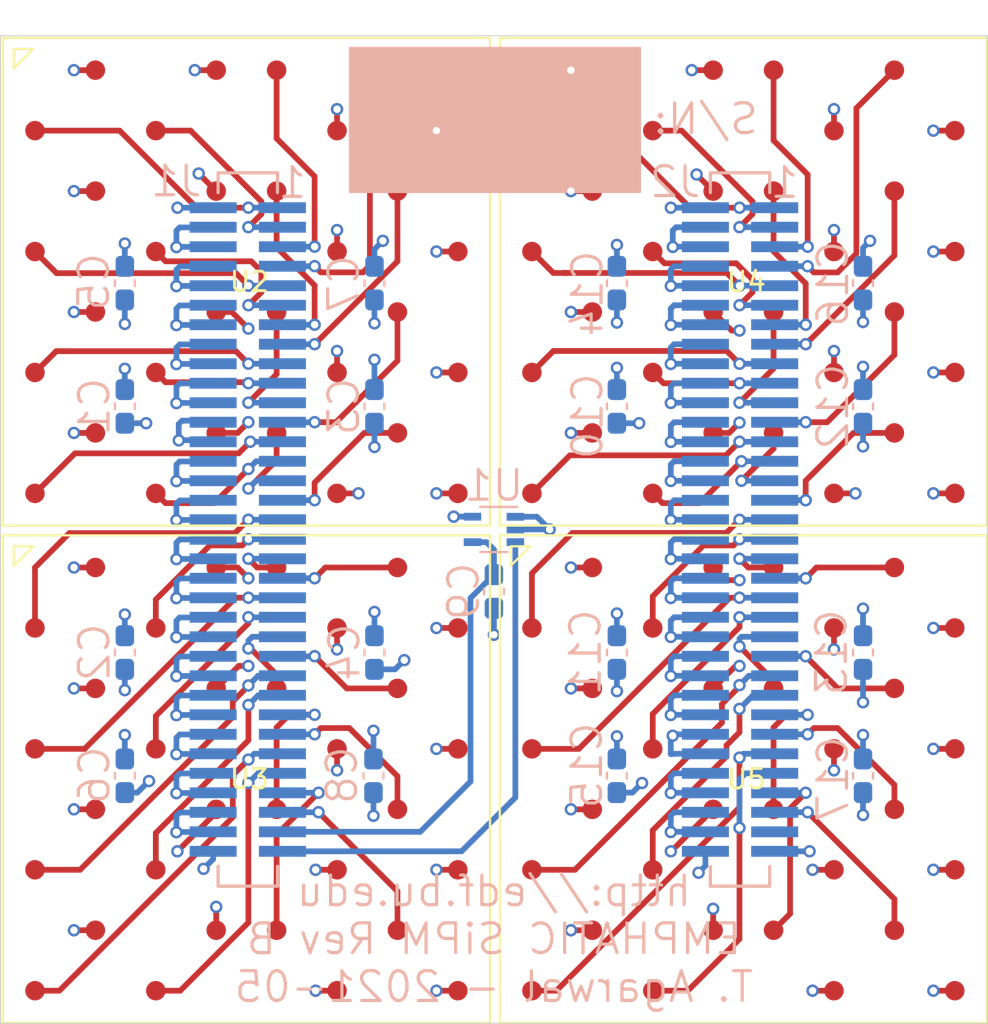
<source format=kicad_pcb>
(kicad_pcb (version 20171130) (host pcbnew "(5.1.9-0-10_14)")
  (title_block (title "Preliminary PCB Layout") (date 2021-02-09) (company "Electronics Design Facility"))
  (layers (0 F.Cu signal) (1 GND power) (2 SiPM_Bias_voltage power) (31 B.Cu signal) (34 B.Paste user) (35 F.Paste user) (36 B.SilkS user) (37 F.SilkS user) (38 B.Mask user) (39 F.Mask user) (44 Edge.Cuts user))
  (net 0 "")
  (net 1 GND)
  (net 2 /BIAS1)
  (net 3 /BIAS2)
  (net 4 /VDD)
  (net 5 /OUT)
  (net 6 "Net-(J1-Pad63)")
  (net 7 "Net-(J1-Pad61)")
  (net 8 "Net-(J1-Pad59)")
  (net 9 "Net-(J1-Pad57)")
  (net 10 "Net-(J1-Pad55)")
  (net 11 "Net-(J1-Pad53)")
  (net 12 "Net-(J1-Pad51)")
  (net 13 "Net-(J1-Pad49)")
  (net 14 "Net-(J1-Pad47)")
  (net 15 "Net-(J1-Pad45)")
  (net 16 "Net-(J1-Pad43)")
  (net 17 "Net-(J1-Pad41)")
  (net 18 "Net-(J1-Pad39)")
  (net 19 "Net-(J1-Pad37)")
  (net 20 "Net-(J1-Pad35)")
  (net 21 "Net-(J1-Pad33)")
  (net 22 "Net-(J1-Pad31)")
  (net 23 "Net-(J1-Pad29)")
  (net 24 "Net-(J1-Pad27)")
  (net 25 "Net-(J1-Pad25)")
  (net 26 "Net-(J1-Pad23)")
  (net 27 "Net-(J1-Pad21)")
  (net 28 "Net-(J1-Pad19)")
  (net 29 "Net-(J1-Pad17)")
  (net 30 "Net-(J1-Pad15)")
  (net 31 "Net-(J1-Pad13)")
  (net 32 "Net-(J1-Pad11)")
  (net 33 "Net-(J1-Pad9)")
  (net 34 "Net-(J1-Pad7)")
  (net 35 "Net-(J1-Pad5)")
  (net 36 "Net-(J1-Pad3)")
  (net 37 "Net-(J1-Pad1)")
  (net 38 "Net-(J2-Pad65)")
  (net 39 "Net-(J2-Pad63)")
  (net 40 "Net-(J2-Pad61)")
  (net 41 "Net-(J2-Pad59)")
  (net 42 "Net-(J2-Pad57)")
  (net 43 "Net-(J2-Pad55)")
  (net 44 "Net-(J2-Pad53)")
  (net 45 "Net-(J2-Pad51)")
  (net 46 "Net-(J2-Pad49)")
  (net 47 "Net-(J2-Pad47)")
  (net 48 "Net-(J2-Pad45)")
  (net 49 "Net-(J2-Pad43)")
  (net 50 "Net-(J2-Pad41)")
  (net 51 "Net-(J2-Pad39)")
  (net 52 "Net-(J2-Pad37)")
  (net 53 "Net-(J2-Pad35)")
  (net 54 "Net-(J2-Pad33)")
  (net 55 "Net-(J2-Pad31)")
  (net 56 "Net-(J2-Pad29)")
  (net 57 "Net-(J2-Pad27)")
  (net 58 "Net-(J2-Pad25)")
  (net 59 "Net-(J2-Pad23)")
  (net 60 "Net-(J2-Pad21)")
  (net 61 "Net-(J2-Pad19)")
  (net 62 "Net-(J2-Pad17)")
  (net 63 "Net-(J2-Pad15)")
  (net 64 "Net-(J2-Pad13)")
  (net 65 "Net-(J2-Pad11)")
  (net 66 "Net-(J2-Pad9)")
  (net 67 "Net-(J2-Pad7)")
  (net 68 "Net-(J2-Pad5)")
  (net 69 "Net-(J2-Pad3)")
  (net 70 "Net-(J2-Pad1)")
  (net 71 /BIAS3)
  (net 72 /BIAS4)
  (module Arich_SiPM_Footprints:MW-34-03-G-D-245-065-ES (layer B.Cu) (at 162.63 100 270)
    (fp_text reference J2 (at -17.82 3.33) (layer B.SilkS) (effects (font (size 1.524 1.524) (thickness 0.1651)) (justify mirror)))
    (fp_text value Conn_02x34_Odd_Even)
    (fp_text user 1 (at -17.78 -2.286 180) (layer B.SilkS) (effects (font (size 1.524 1.524) (thickness 0.1651)) (justify mirror)))
    (pad 68 smd rect (at 16.502634 1.778 270) (size 0.5588 2.413) (layers B.Cu B.Paste B.Mask) (net 72 /BIAS4))
    (pad 67 smd rect (at 16.502634 -1.778 270) (size 0.5588 2.413) (layers B.Cu B.Paste B.Mask) (net 72 /BIAS4))
    (pad 66 smd rect (at 15.502636 1.778 270) (size 0.5588 2.413) (layers B.Cu B.Paste B.Mask) (net 1 GND))
    (pad 65 smd rect (at 15.502636 -1.778 270) (size 0.5588 2.413) (layers B.Cu B.Paste B.Mask) (net 38 "Net-(J2-Pad65)"))
    (pad 64 smd rect (at 14.502638 1.778 270) (size 0.5588 2.413) (layers B.Cu B.Paste B.Mask) (net 1 GND))
    (pad 63 smd rect (at 14.502638 -1.778 270) (size 0.5588 2.413) (layers B.Cu B.Paste B.Mask) (net 39 "Net-(J2-Pad63)"))
    (pad 62 smd rect (at 13.50264 1.778 270) (size 0.5588 2.413) (layers B.Cu B.Paste B.Mask) (net 1 GND))
    (pad 61 smd rect (at 13.50264 -1.778 270) (size 0.5588 2.413) (layers B.Cu B.Paste B.Mask) (net 40 "Net-(J2-Pad61)"))
    (pad 60 smd rect (at 12.502642 1.778 270) (size 0.5588 2.413) (layers B.Cu B.Paste B.Mask) (net 1 GND))
    (pad 59 smd rect (at 12.502642 -1.778 270) (size 0.5588 2.413) (layers B.Cu B.Paste B.Mask) (net 41 "Net-(J2-Pad59)"))
    (pad 58 smd rect (at 11.502644 1.778 270) (size 0.5588 2.413) (layers B.Cu B.Paste B.Mask) (net 1 GND))
    (pad 57 smd rect (at 11.502644 -1.778 270) (size 0.5588 2.413) (layers B.Cu B.Paste B.Mask) (net 42 "Net-(J2-Pad57)"))
    (pad 56 smd rect (at 10.502646 1.778 270) (size 0.5588 2.413) (layers B.Cu B.Paste B.Mask) (net 1 GND))
    (pad 55 smd rect (at 10.502646 -1.778 270) (size 0.5588 2.413) (layers B.Cu B.Paste B.Mask) (net 43 "Net-(J2-Pad55)"))
    (pad 54 smd rect (at 9.502648 1.778 270) (size 0.5588 2.413) (layers B.Cu B.Paste B.Mask) (net 1 GND))
    (pad 53 smd rect (at 9.502648 -1.778 270) (size 0.5588 2.413) (layers B.Cu B.Paste B.Mask) (net 44 "Net-(J2-Pad53)"))
    (pad 52 smd rect (at 8.50265 1.778 270) (size 0.5588 2.413) (layers B.Cu B.Paste B.Mask) (net 1 GND))
    (pad 51 smd rect (at 8.50265 -1.778 270) (size 0.5588 2.413) (layers B.Cu B.Paste B.Mask) (net 45 "Net-(J2-Pad51)"))
    (pad 50 smd rect (at 7.502652 1.778 270) (size 0.5588 2.413) (layers B.Cu B.Paste B.Mask) (net 1 GND))
    (pad 49 smd rect (at 7.502652 -1.778 270) (size 0.5588 2.413) (layers B.Cu B.Paste B.Mask) (net 46 "Net-(J2-Pad49)"))
    (pad 48 smd rect (at 6.502654 1.778 270) (size 0.5588 2.413) (layers B.Cu B.Paste B.Mask) (net 1 GND))
    (pad 47 smd rect (at 6.502654 -1.778 270) (size 0.5588 2.413) (layers B.Cu B.Paste B.Mask) (net 47 "Net-(J2-Pad47)"))
    (pad 46 smd rect (at 5.502656 1.778 270) (size 0.5588 2.413) (layers B.Cu B.Paste B.Mask) (net 1 GND))
    (pad 45 smd rect (at 5.502656 -1.778 270) (size 0.5588 2.413) (layers B.Cu B.Paste B.Mask) (net 48 "Net-(J2-Pad45)"))
    (pad 44 smd rect (at 4.502658 1.778 270) (size 0.5588 2.413) (layers B.Cu B.Paste B.Mask) (net 1 GND))
    (pad 43 smd rect (at 4.502658 -1.778 270) (size 0.5588 2.413) (layers B.Cu B.Paste B.Mask) (net 49 "Net-(J2-Pad43)"))
    (pad 42 smd rect (at 3.50266 1.778 270) (size 0.5588 2.413) (layers B.Cu B.Paste B.Mask) (net 1 GND))
    (pad 41 smd rect (at 3.50266 -1.778 270) (size 0.5588 2.413) (layers B.Cu B.Paste B.Mask) (net 50 "Net-(J2-Pad41)"))
    (pad 40 smd rect (at 2.502662 1.778 270) (size 0.5588 2.413) (layers B.Cu B.Paste B.Mask) (net 1 GND))
    (pad 39 smd rect (at 2.502662 -1.778 270) (size 0.5588 2.413) (layers B.Cu B.Paste B.Mask) (net 51 "Net-(J2-Pad39)"))
    (pad 38 smd rect (at 1.502664 1.778 270) (size 0.5588 2.413) (layers B.Cu B.Paste B.Mask) (net 1 GND))
    (pad 37 smd rect (at 1.502664 -1.778 270) (size 0.5588 2.413) (layers B.Cu B.Paste B.Mask) (net 52 "Net-(J2-Pad37)"))
    (pad 36 smd rect (at 0.502666 1.778 270) (size 0.5588 2.413) (layers B.Cu B.Paste B.Mask) (net 1 GND))
    (pad 35 smd rect (at 0.502666 -1.778 270) (size 0.5588 2.413) (layers B.Cu B.Paste B.Mask) (net 53 "Net-(J2-Pad35)"))
    (pad 34 smd rect (at -0.497332 1.778 270) (size 0.5588 2.413) (layers B.Cu B.Paste B.Mask) (net 1 GND))
    (pad 33 smd rect (at -0.497332 -1.778 270) (size 0.5588 2.413) (layers B.Cu B.Paste B.Mask) (net 54 "Net-(J2-Pad33)"))
    (pad 32 smd rect (at -1.49733 1.778 270) (size 0.5588 2.413) (layers B.Cu B.Paste B.Mask) (net 1 GND))
    (pad 31 smd rect (at -1.49733 -1.778 270) (size 0.5588 2.413) (layers B.Cu B.Paste B.Mask) (net 55 "Net-(J2-Pad31)"))
    (pad 30 smd rect (at -2.497328 1.778 270) (size 0.5588 2.413) (layers B.Cu B.Paste B.Mask) (net 1 GND))
    (pad 29 smd rect (at -2.497328 -1.778 270) (size 0.5588 2.413) (layers B.Cu B.Paste B.Mask) (net 56 "Net-(J2-Pad29)"))
    (pad 28 smd rect (at -3.497326 1.778 270) (size 0.5588 2.413) (layers B.Cu B.Paste B.Mask) (net 1 GND))
    (pad 27 smd rect (at -3.497326 -1.778 270) (size 0.5588 2.413) (layers B.Cu B.Paste B.Mask) (net 57 "Net-(J2-Pad27)"))
    (pad 26 smd rect (at -4.497324 1.778 270) (size 0.5588 2.413) (layers B.Cu B.Paste B.Mask) (net 1 GND))
    (pad 25 smd rect (at -4.497324 -1.778 270) (size 0.5588 2.413) (layers B.Cu B.Paste B.Mask) (net 58 "Net-(J2-Pad25)"))
    (pad 24 smd rect (at -5.497322 1.778 270) (size 0.5588 2.413) (layers B.Cu B.Paste B.Mask) (net 1 GND))
    (pad 23 smd rect (at -5.497322 -1.778 270) (size 0.5588 2.413) (layers B.Cu B.Paste B.Mask) (net 59 "Net-(J2-Pad23)"))
    (pad 22 smd rect (at -6.49732 1.778 270) (size 0.5588 2.413) (layers B.Cu B.Paste B.Mask) (net 1 GND))
    (pad 21 smd rect (at -6.49732 -1.778 270) (size 0.5588 2.413) (layers B.Cu B.Paste B.Mask) (net 60 "Net-(J2-Pad21)"))
    (pad 20 smd rect (at -7.497318 1.778 270) (size 0.5588 2.413) (layers B.Cu B.Paste B.Mask) (net 1 GND))
    (pad 19 smd rect (at -7.497318 -1.778 270) (size 0.5588 2.413) (layers B.Cu B.Paste B.Mask) (net 61 "Net-(J2-Pad19)"))
    (pad 18 smd rect (at -8.497316 1.778 270) (size 0.5588 2.413) (layers B.Cu B.Paste B.Mask) (net 1 GND))
    (pad 17 smd rect (at -8.497316 -1.778 270) (size 0.5588 2.413) (layers B.Cu B.Paste B.Mask) (net 62 "Net-(J2-Pad17)"))
    (pad 16 smd rect (at -9.497314 1.778 270) (size 0.5588 2.413) (layers B.Cu B.Paste B.Mask) (net 1 GND))
    (pad 15 smd rect (at -9.497314 -1.778 270) (size 0.5588 2.413) (layers B.Cu B.Paste B.Mask) (net 63 "Net-(J2-Pad15)"))
    (pad 14 smd rect (at -10.497312 1.778 270) (size 0.5588 2.413) (layers B.Cu B.Paste B.Mask) (net 1 GND))
    (pad 13 smd rect (at -10.497312 -1.778 270) (size 0.5588 2.413) (layers B.Cu B.Paste B.Mask) (net 64 "Net-(J2-Pad13)"))
    (pad 12 smd rect (at -11.49731 1.778 270) (size 0.5588 2.413) (layers B.Cu B.Paste B.Mask) (net 1 GND))
    (pad 11 smd rect (at -11.49731 -1.778 270) (size 0.5588 2.413) (layers B.Cu B.Paste B.Mask) (net 65 "Net-(J2-Pad11)"))
    (pad 10 smd rect (at -12.497308 1.778 270) (size 0.5588 2.413) (layers B.Cu B.Paste B.Mask) (net 1 GND))
    (pad 9 smd rect (at -12.497308 -1.778 270) (size 0.5588 2.413) (layers B.Cu B.Paste B.Mask) (net 66 "Net-(J2-Pad9)"))
    (pad 8 smd rect (at -13.497306 1.778 270) (size 0.5588 2.413) (layers B.Cu B.Paste B.Mask) (net 1 GND))
    (pad 7 smd rect (at -13.497306 -1.778 270) (size 0.5588 2.413) (layers B.Cu B.Paste B.Mask) (net 67 "Net-(J2-Pad7)"))
    (pad 6 smd rect (at -14.497304 1.778 270) (size 0.5588 2.413) (layers B.Cu B.Paste B.Mask) (net 1 GND))
    (pad 5 smd rect (at -14.497304 -1.778 270) (size 0.5588 2.413) (layers B.Cu B.Paste B.Mask) (net 68 "Net-(J2-Pad5)"))
    (pad 4 smd rect (at -15.497302 1.778 270) (size 0.5588 2.413) (layers B.Cu B.Paste B.Mask) (net 1 GND))
    (pad 3 smd rect (at -15.497302 -1.778 270) (size 0.5588 2.413) (layers B.Cu B.Paste B.Mask) (net 69 "Net-(J2-Pad3)"))
    (pad 1 smd rect (at -16.4973 -1.778 270) (size 0.5588 2.413) (layers B.Cu B.Paste B.Mask) (net 70 "Net-(J2-Pad1)"))
    (pad 2 smd rect (at -16.4973 1.778 270) (size 0.5588 2.413) (layers B.Cu B.Paste B.Mask) (net 71 /BIAS3))
  )
  (module Arich_SiPM_Footprints:S14161-6050HS-04 (layer F.Cu) (at 162.8 87.3)
    (fp_text reference U4 (at 0.15 0) (layer F.SilkS))
    (fp_text value S14161-6050HS-04)
    (pad A4 smd circle (at -10.85 -1.55) (size 1 1) (layers F.Cu F.Paste F.Mask) (net 66 "Net-(J2-Pad9)"))
    (pad A2 smd circle (at -10.85 -7.75) (size 1 1) (layers F.Cu F.Paste F.Mask) (net 70 "Net-(J2-Pad1)"))
    (pad B3 smd circle (at -7.75 -4.65) (size 1 1) (layers F.Cu F.Paste F.Mask) (net 71 /BIAS3))
    (pad B1 smd circle (at -7.75 -10.85) (size 1 1) (layers F.Cu F.Paste F.Mask) (net 71 /BIAS3))
    (pad C4 smd circle (at -4.65 -1.55) (size 1 1) (layers F.Cu F.Paste F.Mask) (net 65 "Net-(J2-Pad11)"))
    (pad D3 smd circle (at -1.55 -4.65) (size 1 1) (layers F.Cu F.Paste F.Mask) (net 71 /BIAS3))
    (pad C2 smd circle (at -4.65 -7.75) (size 1 1) (layers F.Cu F.Paste F.Mask) (net 69 "Net-(J2-Pad3)"))
    (pad D1 smd circle (at -1.55 -10.85) (size 1 1) (layers F.Cu F.Paste F.Mask) (net 71 /BIAS3))
    (pad H2 smd circle (at 10.85 -7.75) (size 1 1) (layers F.Cu F.Paste F.Mask) (net 71 /BIAS3))
    (pad G1 smd circle (at 7.75 -10.85) (size 1 1) (layers F.Cu F.Paste F.Mask) (net 67 "Net-(J2-Pad7)"))
    (pad F2 smd circle (at 4.65 -7.75) (size 1 1) (layers F.Cu F.Paste F.Mask) (net 71 /BIAS3))
    (pad E1 smd circle (at 1.55 -10.85) (size 1 1) (layers F.Cu F.Paste F.Mask) (net 68 "Net-(J2-Pad5)"))
    (pad H4 smd circle (at 10.85 -1.55) (size 1 1) (layers F.Cu F.Paste F.Mask) (net 71 /BIAS3))
    (pad G3 smd circle (at 7.75 -4.65) (size 1 1) (layers F.Cu F.Paste F.Mask) (net 63 "Net-(J2-Pad15)"))
    (pad F4 smd circle (at 4.65 -1.55) (size 1 1) (layers F.Cu F.Paste F.Mask) (net 71 /BIAS3))
    (pad E3 smd circle (at 1.55 -4.65) (size 1 1) (layers F.Cu F.Paste F.Mask) (net 64 "Net-(J2-Pad13)"))
    (pad F8 smd circle (at 4.65 10.85) (size 1 1) (layers F.Cu F.Paste F.Mask) (net 71 /BIAS3))
    (pad H8 smd circle (at 10.85 10.85) (size 1 1) (layers F.Cu F.Paste F.Mask) (net 71 /BIAS3))
    (pad G7 smd circle (at 7.75 7.75) (size 1 1) (layers F.Cu F.Paste F.Mask) (net 55 "Net-(J2-Pad31)"))
    (pad E7 smd circle (at 1.55 7.75) (size 1 1) (layers F.Cu F.Paste F.Mask) (net 56 "Net-(J2-Pad29)"))
    (pad H6 smd circle (at 10.85 4.65) (size 1 1) (layers F.Cu F.Paste F.Mask) (net 71 /BIAS3))
    (pad G5 smd circle (at 7.75 1.55) (size 1 1) (layers F.Cu F.Paste F.Mask) (net 59 "Net-(J2-Pad23)"))
    (pad F6 smd circle (at 4.65 4.65) (size 1 1) (layers F.Cu F.Paste F.Mask) (net 71 /BIAS3))
    (pad E5 smd circle (at 1.55 1.55) (size 1 1) (layers F.Cu F.Paste F.Mask) (net 60 "Net-(J2-Pad21)"))
    (pad A8 smd circle (at -10.85 10.85) (size 1 1) (layers F.Cu F.Paste F.Mask) (net 58 "Net-(J2-Pad25)"))
    (pad A6 smd circle (at -10.85 4.65) (size 1 1) (layers F.Cu F.Paste F.Mask) (net 62 "Net-(J2-Pad17)"))
    (pad B5 smd circle (at -7.75 1.55) (size 1 1) (layers F.Cu F.Paste F.Mask) (net 71 /BIAS3))
    (pad C8 smd circle (at -4.65 10.85) (size 1 1) (layers F.Cu F.Paste F.Mask) (net 57 "Net-(J2-Pad27)"))
    (pad B7 smd circle (at -7.75 7.75) (size 1 1) (layers F.Cu F.Paste F.Mask) (net 71 /BIAS3))
    (pad D7 smd circle (at -1.55 7.75) (size 1 1) (layers F.Cu F.Paste F.Mask) (net 71 /BIAS3))
    (pad C6 smd circle (at -4.65 4.65) (size 1 1) (layers F.Cu F.Paste F.Mask) (net 61 "Net-(J2-Pad19)"))
    (pad D5 smd circle (at -1.55 1.55) (size 1 1) (layers F.Cu F.Paste F.Mask) (net 71 /BIAS3))
  )
  (module Arich_SiPM_Footprints:Texas_R-PDSO-G6 (layer B.Cu) (at 150 100 180)
    (fp_text reference U1 (at 0 2.25) (layer B.SilkS) (effects (font (size 1.524 1.524) (thickness 0.1651)) (justify mirror)))
    (fp_text value LM94021)
    (pad 4 smd rect (at 1.1 -0.65 180) (size 0.9 0.4) (layers B.Cu B.Paste B.Mask) (net 4 /VDD))
    (pad 2 smd rect (at -1.1 0 180) (size 0.9 0.4) (layers B.Cu B.Paste B.Mask) (net 1 GND))
    (pad 5 smd rect (at 1.09982 0.65532 180) (size 0.9 0.4) (layers B.Cu B.Paste B.Mask) (net 1 GND))
    (pad 3 smd rect (at -1.1 -0.65 180) (size 0.9 0.4) (layers B.Cu B.Paste B.Mask) (net 5 /OUT))
    (pad 1 smd rect (at -1.1 0.65 180) (size 0.9 0.4) (layers B.Cu B.Paste B.Mask) (net 1 GND))
  )
  (module Arich_SiPM_Footprints:MW-34-03-G-D-245-065-ES (layer B.Cu) (at 137.37 100 270)
    (fp_text reference J1 (at -17.86 3.67) (layer B.SilkS) (effects (font (size 1.524 1.524) (thickness 0.1651)) (justify mirror)))
    (fp_text value Conn_02x34_Odd_Even)
    (fp_text user 1 (at -17.78 -2.286 180) (layer B.SilkS) (effects (font (size 1.524 1.524) (thickness 0.1651)) (justify mirror)))
    (pad 2 smd rect (at -16.4973 1.778 270) (size 0.5588 2.413) (layers B.Cu B.Paste B.Mask) (net 2 /BIAS1))
    (pad 1 smd rect (at -16.4973 -1.778 270) (size 0.5588 2.413) (layers B.Cu B.Paste B.Mask) (net 37 "Net-(J1-Pad1)"))
    (pad 3 smd rect (at -15.497302 -1.778 270) (size 0.5588 2.413) (layers B.Cu B.Paste B.Mask) (net 36 "Net-(J1-Pad3)"))
    (pad 4 smd rect (at -15.497302 1.778 270) (size 0.5588 2.413) (layers B.Cu B.Paste B.Mask) (net 1 GND))
    (pad 5 smd rect (at -14.497304 -1.778 270) (size 0.5588 2.413) (layers B.Cu B.Paste B.Mask) (net 35 "Net-(J1-Pad5)"))
    (pad 6 smd rect (at -14.497304 1.778 270) (size 0.5588 2.413) (layers B.Cu B.Paste B.Mask) (net 1 GND))
    (pad 7 smd rect (at -13.497306 -1.778 270) (size 0.5588 2.413) (layers B.Cu B.Paste B.Mask) (net 34 "Net-(J1-Pad7)"))
    (pad 8 smd rect (at -13.497306 1.778 270) (size 0.5588 2.413) (layers B.Cu B.Paste B.Mask) (net 1 GND))
    (pad 9 smd rect (at -12.497308 -1.778 270) (size 0.5588 2.413) (layers B.Cu B.Paste B.Mask) (net 33 "Net-(J1-Pad9)"))
    (pad 10 smd rect (at -12.497308 1.778 270) (size 0.5588 2.413) (layers B.Cu B.Paste B.Mask) (net 1 GND))
    (pad 11 smd rect (at -11.49731 -1.778 270) (size 0.5588 2.413) (layers B.Cu B.Paste B.Mask) (net 32 "Net-(J1-Pad11)"))
    (pad 12 smd rect (at -11.49731 1.778 270) (size 0.5588 2.413) (layers B.Cu B.Paste B.Mask) (net 1 GND))
    (pad 13 smd rect (at -10.497312 -1.778 270) (size 0.5588 2.413) (layers B.Cu B.Paste B.Mask) (net 31 "Net-(J1-Pad13)"))
    (pad 14 smd rect (at -10.497312 1.778 270) (size 0.5588 2.413) (layers B.Cu B.Paste B.Mask) (net 1 GND))
    (pad 15 smd rect (at -9.497314 -1.778 270) (size 0.5588 2.413) (layers B.Cu B.Paste B.Mask) (net 30 "Net-(J1-Pad15)"))
    (pad 16 smd rect (at -9.497314 1.778 270) (size 0.5588 2.413) (layers B.Cu B.Paste B.Mask) (net 1 GND))
    (pad 17 smd rect (at -8.497316 -1.778 270) (size 0.5588 2.413) (layers B.Cu B.Paste B.Mask) (net 29 "Net-(J1-Pad17)"))
    (pad 18 smd rect (at -8.497316 1.778 270) (size 0.5588 2.413) (layers B.Cu B.Paste B.Mask) (net 1 GND))
    (pad 19 smd rect (at -7.497318 -1.778 270) (size 0.5588 2.413) (layers B.Cu B.Paste B.Mask) (net 28 "Net-(J1-Pad19)"))
    (pad 20 smd rect (at -7.497318 1.778 270) (size 0.5588 2.413) (layers B.Cu B.Paste B.Mask) (net 1 GND))
    (pad 21 smd rect (at -6.49732 -1.778 270) (size 0.5588 2.413) (layers B.Cu B.Paste B.Mask) (net 27 "Net-(J1-Pad21)"))
    (pad 22 smd rect (at -6.49732 1.778 270) (size 0.5588 2.413) (layers B.Cu B.Paste B.Mask) (net 1 GND))
    (pad 23 smd rect (at -5.497322 -1.778 270) (size 0.5588 2.413) (layers B.Cu B.Paste B.Mask) (net 26 "Net-(J1-Pad23)"))
    (pad 24 smd rect (at -5.497322 1.778 270) (size 0.5588 2.413) (layers B.Cu B.Paste B.Mask) (net 1 GND))
    (pad 25 smd rect (at -4.497324 -1.778 270) (size 0.5588 2.413) (layers B.Cu B.Paste B.Mask) (net 25 "Net-(J1-Pad25)"))
    (pad 26 smd rect (at -4.497324 1.778 270) (size 0.5588 2.413) (layers B.Cu B.Paste B.Mask) (net 1 GND))
    (pad 27 smd rect (at -3.497326 -1.778 270) (size 0.5588 2.413) (layers B.Cu B.Paste B.Mask) (net 24 "Net-(J1-Pad27)"))
    (pad 28 smd rect (at -3.497326 1.778 270) (size 0.5588 2.413) (layers B.Cu B.Paste B.Mask) (net 1 GND))
    (pad 29 smd rect (at -2.497328 -1.778 270) (size 0.5588 2.413) (layers B.Cu B.Paste B.Mask) (net 23 "Net-(J1-Pad29)"))
    (pad 30 smd rect (at -2.497328 1.778 270) (size 0.5588 2.413) (layers B.Cu B.Paste B.Mask) (net 1 GND))
    (pad 31 smd rect (at -1.49733 -1.778 270) (size 0.5588 2.413) (layers B.Cu B.Paste B.Mask) (net 22 "Net-(J1-Pad31)"))
    (pad 32 smd rect (at -1.49733 1.778 270) (size 0.5588 2.413) (layers B.Cu B.Paste B.Mask) (net 1 GND))
    (pad 33 smd rect (at -0.497332 -1.778 270) (size 0.5588 2.413) (layers B.Cu B.Paste B.Mask) (net 21 "Net-(J1-Pad33)"))
    (pad 34 smd rect (at -0.497332 1.778 270) (size 0.5588 2.413) (layers B.Cu B.Paste B.Mask) (net 1 GND))
    (pad 35 smd rect (at 0.502666 -1.778 270) (size 0.5588 2.413) (layers B.Cu B.Paste B.Mask) (net 20 "Net-(J1-Pad35)"))
    (pad 36 smd rect (at 0.502666 1.778 270) (size 0.5588 2.413) (layers B.Cu B.Paste B.Mask) (net 1 GND))
    (pad 37 smd rect (at 1.502664 -1.778 270) (size 0.5588 2.413) (layers B.Cu B.Paste B.Mask) (net 19 "Net-(J1-Pad37)"))
    (pad 38 smd rect (at 1.502664 1.778 270) (size 0.5588 2.413) (layers B.Cu B.Paste B.Mask) (net 1 GND))
    (pad 39 smd rect (at 2.502662 -1.778 270) (size 0.5588 2.413) (layers B.Cu B.Paste B.Mask) (net 18 "Net-(J1-Pad39)"))
    (pad 40 smd rect (at 2.502662 1.778 270) (size 0.5588 2.413) (layers B.Cu B.Paste B.Mask) (net 1 GND))
    (pad 41 smd rect (at 3.50266 -1.778 270) (size 0.5588 2.413) (layers B.Cu B.Paste B.Mask) (net 17 "Net-(J1-Pad41)"))
    (pad 42 smd rect (at 3.50266 1.778 270) (size 0.5588 2.413) (layers B.Cu B.Paste B.Mask) (net 1 GND))
    (pad 43 smd rect (at 4.502658 -1.778 270) (size 0.5588 2.413) (layers B.Cu B.Paste B.Mask) (net 16 "Net-(J1-Pad43)"))
    (pad 44 smd rect (at 4.502658 1.778 270) (size 0.5588 2.413) (layers B.Cu B.Paste B.Mask) (net 1 GND))
    (pad 45 smd rect (at 5.502656 -1.778 270) (size 0.5588 2.413) (layers B.Cu B.Paste B.Mask) (net 15 "Net-(J1-Pad45)"))
    (pad 46 smd rect (at 5.502656 1.778 270) (size 0.5588 2.413) (layers B.Cu B.Paste B.Mask) (net 1 GND))
    (pad 47 smd rect (at 6.502654 -1.778 270) (size 0.5588 2.413) (layers B.Cu B.Paste B.Mask) (net 14 "Net-(J1-Pad47)"))
    (pad 48 smd rect (at 6.502654 1.778 270) (size 0.5588 2.413) (layers B.Cu B.Paste B.Mask) (net 1 GND))
    (pad 49 smd rect (at 7.502652 -1.778 270) (size 0.5588 2.413) (layers B.Cu B.Paste B.Mask) (net 13 "Net-(J1-Pad49)"))
    (pad 50 smd rect (at 7.502652 1.778 270) (size 0.5588 2.413) (layers B.Cu B.Paste B.Mask) (net 1 GND))
    (pad 51 smd rect (at 8.50265 -1.778 270) (size 0.5588 2.413) (layers B.Cu B.Paste B.Mask) (net 12 "Net-(J1-Pad51)"))
    (pad 52 smd rect (at 8.50265 1.778 270) (size 0.5588 2.413) (layers B.Cu B.Paste B.Mask) (net 1 GND))
    (pad 53 smd rect (at 9.502648 -1.778 270) (size 0.5588 2.413) (layers B.Cu B.Paste B.Mask) (net 11 "Net-(J1-Pad53)"))
    (pad 54 smd rect (at 9.502648 1.778 270) (size 0.5588 2.413) (layers B.Cu B.Paste B.Mask) (net 1 GND))
    (pad 55 smd rect (at 10.502646 -1.778 270) (size 0.5588 2.413) (layers B.Cu B.Paste B.Mask) (net 10 "Net-(J1-Pad55)"))
    (pad 56 smd rect (at 10.502646 1.778 270) (size 0.5588 2.413) (layers B.Cu B.Paste B.Mask) (net 1 GND))
    (pad 57 smd rect (at 11.502644 -1.778 270) (size 0.5588 2.413) (layers B.Cu B.Paste B.Mask) (net 9 "Net-(J1-Pad57)"))
    (pad 58 smd rect (at 11.502644 1.778 270) (size 0.5588 2.413) (layers B.Cu B.Paste B.Mask) (net 1 GND))
    (pad 59 smd rect (at 12.502642 -1.778 270) (size 0.5588 2.413) (layers B.Cu B.Paste B.Mask) (net 8 "Net-(J1-Pad59)"))
    (pad 60 smd rect (at 12.502642 1.778 270) (size 0.5588 2.413) (layers B.Cu B.Paste B.Mask) (net 1 GND))
    (pad 61 smd rect (at 13.50264 -1.778 270) (size 0.5588 2.413) (layers B.Cu B.Paste B.Mask) (net 7 "Net-(J1-Pad61)"))
    (pad 62 smd rect (at 13.50264 1.778 270) (size 0.5588 2.413) (layers B.Cu B.Paste B.Mask) (net 1 GND))
    (pad 63 smd rect (at 14.502638 -1.778 270) (size 0.5588 2.413) (layers B.Cu B.Paste B.Mask) (net 6 "Net-(J1-Pad63)"))
    (pad 64 smd rect (at 14.502638 1.778 270) (size 0.5588 2.413) (layers B.Cu B.Paste B.Mask) (net 1 GND))
    (pad 65 smd rect (at 15.502636 -1.778 270) (size 0.5588 2.413) (layers B.Cu B.Paste B.Mask) (net 4 /VDD))
    (pad 66 smd rect (at 15.502636 1.778 270) (size 0.5588 2.413) (layers B.Cu B.Paste B.Mask) (net 1 GND))
    (pad 67 smd rect (at 16.502634 -1.778 270) (size 0.5588 2.413) (layers B.Cu B.Paste B.Mask) (net 5 /OUT))
    (pad 68 smd rect (at 16.502634 1.778 270) (size 0.5588 2.413) (layers B.Cu B.Paste B.Mask) (net 3 /BIAS2))
  )
  (module Capacitor_SMD:C_0603_1608Metric_Pad1.08x0.95mm_HandSolder (layer B.Cu) (at 156.31 112.63 270)
    (fp_text reference C15 (at -0.53 1.54 270) (layer B.SilkS) (effects (font (size 1.524 1.524) (thickness 0.1651)) (justify mirror)))
    (fp_text value 100nF)
    (pad 1 smd roundrect (at -0.8625 0 270) (size 1.075 0.95) (layers B.Cu B.Paste B.Mask) (net 72 /BIAS4))
    (pad 2 smd roundrect (at 0.8625 0 270) (size 1.075 0.95) (layers B.Cu B.Paste B.Mask) (net 1 GND))
  )
  (module Capacitor_SMD:C_0603_1608Metric_Pad1.08x0.95mm_HandSolder (layer B.Cu) (at 150 103.18 270)
    (fp_text reference C9 (at -0.01 1.55 270) (layer B.SilkS) (effects (font (size 1.524 1.524) (thickness 0.1651)) (justify mirror)))
    (fp_text value 100nF)
    (pad 2 smd roundrect (at 0.8625 0 270) (size 1.075 0.95) (layers B.Cu B.Paste B.Mask) (net 1 GND))
    (pad 1 smd roundrect (at -0.8625 0 270) (size 1.075 0.95) (layers B.Cu B.Paste B.Mask) (net 4 /VDD))
  )
  (module Capacitor_SMD:C_0603_1608Metric_Pad1.08x0.95mm_HandSolder (layer B.Cu) (at 131.06 87.37 270)
    (fp_text reference C5 (at -0.07 1.59 270) (layer B.SilkS) (effects (font (size 1.524 1.524) (thickness 0.1651)) (justify mirror)))
    (fp_text value 100nF)
    (pad 2 smd roundrect (at 0.8625 0 270) (size 1.075 0.95) (layers B.Cu B.Paste B.Mask) (net 1 GND))
    (pad 1 smd roundrect (at -0.8625 0 270) (size 1.075 0.95) (layers B.Cu B.Paste B.Mask) (net 2 /BIAS1))
  )
  (module Capacitor_SMD:C_0603_1608Metric_Pad1.08x0.95mm_HandSolder (layer B.Cu) (at 143.87 87.37 270)
    (fp_text reference C7 (at 0.03 1.57 270) (layer B.SilkS) (effects (font (size 1.524 1.524) (thickness 0.1651)) (justify mirror)))
    (fp_text value 100nF)
    (pad 1 smd roundrect (at -0.8625 0 270) (size 1.075 0.95) (layers B.Cu B.Paste B.Mask) (net 2 /BIAS1))
    (pad 2 smd roundrect (at 0.8625 0 270) (size 1.075 0.95) (layers B.Cu B.Paste B.Mask) (net 1 GND))
  )
  (module Capacitor_SMD:C_0603_1608Metric_Pad1.08x0.95mm_HandSolder (layer B.Cu) (at 131.06 112.63 270)
    (fp_text reference C6 (at -0.03 1.56 270) (layer B.SilkS) (effects (font (size 1.524 1.524) (thickness 0.1651)) (justify mirror)))
    (fp_text value 100nF)
    (pad 2 smd roundrect (at 0.8625 0 270) (size 1.075 0.95) (layers B.Cu B.Paste B.Mask) (net 1 GND))
    (pad 1 smd roundrect (at -0.8625 0 270) (size 1.075 0.95) (layers B.Cu B.Paste B.Mask) (net 3 /BIAS2))
  )
  (module Capacitor_SMD:C_0603_1608Metric_Pad1.08x0.95mm_HandSolder (layer B.Cu) (at 143.82 112.63 270)
    (fp_text reference C8 (at -0.03 1.62 270) (layer B.SilkS) (effects (font (size 1.524 1.524) (thickness 0.1651)) (justify mirror)))
    (fp_text value 100nF)
    (pad 1 smd roundrect (at -0.8625 0 270) (size 1.075 0.95) (layers B.Cu B.Paste B.Mask) (net 3 /BIAS2))
    (pad 2 smd roundrect (at 0.8625 0 270) (size 1.075 0.95) (layers B.Cu B.Paste B.Mask) (net 1 GND))
  )
  (module Capacitor_SMD:C_0603_1608Metric_Pad1.08x0.95mm_HandSolder (layer B.Cu) (at 156.31 87.37 270)
    (fp_text reference C14 (at 0.53 1.51 270) (layer B.SilkS) (effects (font (size 1.524 1.524) (thickness 0.1651)) (justify mirror)))
    (fp_text value 100nF)
    (pad 2 smd roundrect (at 0.8625 0 270) (size 1.075 0.95) (layers B.Cu B.Paste B.Mask) (net 1 GND))
    (pad 1 smd roundrect (at -0.8625 0 270) (size 1.075 0.95) (layers B.Cu B.Paste B.Mask) (net 71 /BIAS3))
  )
  (module Capacitor_SMD:C_0603_1608Metric_Pad1.08x0.95mm_HandSolder (layer B.Cu) (at 168.94 87.37 270)
    (fp_text reference C16 (at 0.03 1.54 270) (layer B.SilkS) (effects (font (size 1.524 1.524) (thickness 0.1651)) (justify mirror)))
    (fp_text value 100nF)
    (pad 1 smd roundrect (at -0.8625 0 270) (size 1.075 0.95) (layers B.Cu B.Paste B.Mask) (net 71 /BIAS3))
    (pad 2 smd roundrect (at 0.8625 0 270) (size 1.075 0.95) (layers B.Cu B.Paste B.Mask) (net 1 GND))
  )
  (module Capacitor_SMD:C_0603_1608Metric_Pad1.08x0.95mm_HandSolder (layer B.Cu) (at 168.94 112.63 270)
    (fp_text reference C17 (at 0.17 1.54 270) (layer B.SilkS) (effects (font (size 1.524 1.524) (thickness 0.1651)) (justify mirror)))
    (fp_text value 100nF)
    (pad 2 smd roundrect (at 0.8625 0 270) (size 1.075 0.95) (layers B.Cu B.Paste B.Mask) (net 1 GND))
    (pad 1 smd roundrect (at -0.8625 0 270) (size 1.075 0.95) (layers B.Cu B.Paste B.Mask) (net 72 /BIAS4))
  )
  (module Capacitor_SMD:C_0603_1608Metric_Pad1.08x0.95mm_HandSolder (layer B.Cu) (at 131.06 93.69 270)
    (fp_text reference C1 (at 0.01 1.56 90) (layer B.SilkS) (effects (font (size 1.524 1.524) (thickness 0.1651)) (justify mirror)))
    (fp_text value 100nF)
    (pad 2 smd roundrect (at 0.8625 0 270) (size 1.075 0.95) (layers B.Cu B.Paste B.Mask) (net 1 GND))
    (pad 1 smd roundrect (at -0.8625 0 270) (size 1.075 0.95) (layers B.Cu B.Paste B.Mask) (net 2 /BIAS1))
  )
  (module Capacitor_SMD:C_0603_1608Metric_Pad1.08x0.95mm_HandSolder (layer B.Cu) (at 143.87 93.69 270)
    (fp_text reference C3 (at 0 1.57 90) (layer B.SilkS) (effects (font (size 1.524 1.524) (thickness 0.1651)) (justify mirror)))
    (fp_text value 100nF)
    (pad 1 smd roundrect (at -0.8625 0 270) (size 1.075 0.95) (layers B.Cu B.Paste B.Mask) (net 2 /BIAS1))
    (pad 2 smd roundrect (at 0.8625 0 270) (size 1.075 0.95) (layers B.Cu B.Paste B.Mask) (net 1 GND))
  )
  (module Capacitor_SMD:C_0603_1608Metric_Pad1.08x0.95mm_HandSolder (layer B.Cu) (at 131.06 106.31 270)
    (fp_text reference C2 (at -0.01 1.56 90) (layer B.SilkS) (effects (font (size 1.524 1.524) (thickness 0.1651)) (justify mirror)))
    (fp_text value 100nF)
    (pad 2 smd roundrect (at 0.8625 0 270) (size 1.075 0.95) (layers B.Cu B.Paste B.Mask) (net 1 GND))
    (pad 1 smd roundrect (at -0.8625 0 270) (size 1.075 0.95) (layers B.Cu B.Paste B.Mask) (net 3 /BIAS2))
  )
  (module Capacitor_SMD:C_0603_1608Metric_Pad1.08x0.95mm_HandSolder (layer B.Cu) (at 143.87 106.31 270)
    (fp_text reference C4 (at -0.01 1.54 90) (layer B.SilkS) (effects (font (size 1.524 1.524) (thickness 0.1651)) (justify mirror)))
    (fp_text value 100nF)
    (pad 1 smd roundrect (at -0.8625 0 270) (size 1.075 0.95) (layers B.Cu B.Paste B.Mask) (net 3 /BIAS2))
    (pad 2 smd roundrect (at 0.8625 0 270) (size 1.075 0.95) (layers B.Cu B.Paste B.Mask) (net 1 GND))
  )
  (module Capacitor_SMD:C_0603_1608Metric_Pad1.08x0.95mm_HandSolder (layer B.Cu) (at 156.31 93.69 270)
    (fp_text reference C10 (at 0.51 1.51 90) (layer B.SilkS) (effects (font (size 1.524 1.524) (thickness 0.1651)) (justify mirror)))
    (fp_text value 100nF)
    (pad 2 smd roundrect (at 0.8625 0 270) (size 1.075 0.95) (layers B.Cu B.Paste B.Mask) (net 1 GND))
    (pad 1 smd roundrect (at -0.8625 0 270) (size 1.075 0.95) (layers B.Cu B.Paste B.Mask) (net 71 /BIAS3))
  )
  (module Capacitor_SMD:C_0603_1608Metric_Pad1.08x0.95mm_HandSolder (layer B.Cu) (at 168.94 93.69 270)
    (fp_text reference C12 (at 0.01 1.54 90) (layer B.SilkS) (effects (font (size 1.524 1.524) (thickness 0.1651)) (justify mirror)))
    (fp_text value 100nF)
    (pad 1 smd roundrect (at -0.8625 0 270) (size 1.075 0.95) (layers B.Cu B.Paste B.Mask) (net 71 /BIAS3))
    (pad 2 smd roundrect (at 0.8625 0 270) (size 1.075 0.95) (layers B.Cu B.Paste B.Mask) (net 1 GND))
  )
  (module Capacitor_SMD:C_0603_1608Metric_Pad1.08x0.95mm_HandSolder (layer B.Cu) (at 156.31 106.31 270)
    (fp_text reference C11 (at -0.01 1.61 90) (layer B.SilkS) (effects (font (size 1.524 1.524) (thickness 0.1651)) (justify mirror)))
    (fp_text value 100nF)
    (pad 2 smd roundrect (at 0.8625 0 270) (size 1.075 0.95) (layers B.Cu B.Paste B.Mask) (net 1 GND))
    (pad 1 smd roundrect (at -0.8625 0 270) (size 1.075 0.95) (layers B.Cu B.Paste B.Mask) (net 72 /BIAS4))
  )
  (module Capacitor_SMD:C_0603_1608Metric_Pad1.08x0.95mm_HandSolder (layer B.Cu) (at 168.94 106.31 270)
    (fp_text reference C13 (at -0.01 1.61 90) (layer B.SilkS) (effects (font (size 1.524 1.524) (thickness 0.1651)) (justify mirror)))
    (fp_text value 100nF)
    (pad 1 smd roundrect (at -0.8625 0 270) (size 1.075 0.95) (layers B.Cu B.Paste B.Mask) (net 72 /BIAS4))
    (pad 2 smd roundrect (at 0.8625 0 270) (size 1.075 0.95) (layers B.Cu B.Paste B.Mask) (net 1 GND))
  )
  (module Arich_SiPM_Footprints:S14161-6050HS-04 (layer F.Cu) (at 137.3 87.3)
    (fp_text reference U2 (at 0.15 0) (layer F.SilkS))
    (fp_text value S14161-6050HS-04)
    (pad A4 smd circle (at -10.85 -1.55) (size 1 1) (layers F.Cu F.Paste F.Mask) (net 33 "Net-(J1-Pad9)"))
    (pad A2 smd circle (at -10.85 -7.75) (size 1 1) (layers F.Cu F.Paste F.Mask) (net 37 "Net-(J1-Pad1)"))
    (pad B3 smd circle (at -7.75 -4.65) (size 1 1) (layers F.Cu F.Paste F.Mask) (net 2 /BIAS1))
    (pad B1 smd circle (at -7.75 -10.85) (size 1 1) (layers F.Cu F.Paste F.Mask) (net 2 /BIAS1))
    (pad C4 smd circle (at -4.65 -1.55) (size 1 1) (layers F.Cu F.Paste F.Mask) (net 32 "Net-(J1-Pad11)"))
    (pad D3 smd circle (at -1.55 -4.65) (size 1 1) (layers F.Cu F.Paste F.Mask) (net 2 /BIAS1))
    (pad C2 smd circle (at -4.65 -7.75) (size 1 1) (layers F.Cu F.Paste F.Mask) (net 36 "Net-(J1-Pad3)"))
    (pad D1 smd circle (at -1.55 -10.85) (size 1 1) (layers F.Cu F.Paste F.Mask) (net 2 /BIAS1))
    (pad H2 smd circle (at 10.85 -7.75) (size 1 1) (layers F.Cu F.Paste F.Mask) (net 2 /BIAS1))
    (pad G1 smd circle (at 7.75 -10.85) (size 1 1) (layers F.Cu F.Paste F.Mask) (net 34 "Net-(J1-Pad7)"))
    (pad F2 smd circle (at 4.65 -7.75) (size 1 1) (layers F.Cu F.Paste F.Mask) (net 2 /BIAS1))
    (pad E1 smd circle (at 1.55 -10.85) (size 1 1) (layers F.Cu F.Paste F.Mask) (net 35 "Net-(J1-Pad5)"))
    (pad H4 smd circle (at 10.85 -1.55) (size 1 1) (layers F.Cu F.Paste F.Mask) (net 2 /BIAS1))
    (pad G3 smd circle (at 7.75 -4.65) (size 1 1) (layers F.Cu F.Paste F.Mask) (net 30 "Net-(J1-Pad15)"))
    (pad F4 smd circle (at 4.65 -1.55) (size 1 1) (layers F.Cu F.Paste F.Mask) (net 2 /BIAS1))
    (pad E3 smd circle (at 1.55 -4.65) (size 1 1) (layers F.Cu F.Paste F.Mask) (net 31 "Net-(J1-Pad13)"))
    (pad F8 smd circle (at 4.65 10.85) (size 1 1) (layers F.Cu F.Paste F.Mask) (net 2 /BIAS1))
    (pad H8 smd circle (at 10.85 10.85) (size 1 1) (layers F.Cu F.Paste F.Mask) (net 2 /BIAS1))
    (pad G7 smd circle (at 7.75 7.75) (size 1 1) (layers F.Cu F.Paste F.Mask) (net 22 "Net-(J1-Pad31)"))
    (pad E7 smd circle (at 1.55 7.75) (size 1 1) (layers F.Cu F.Paste F.Mask) (net 23 "Net-(J1-Pad29)"))
    (pad H6 smd circle (at 10.85 4.65) (size 1 1) (layers F.Cu F.Paste F.Mask) (net 2 /BIAS1))
    (pad G5 smd circle (at 7.75 1.55) (size 1 1) (layers F.Cu F.Paste F.Mask) (net 26 "Net-(J1-Pad23)"))
    (pad F6 smd circle (at 4.65 4.65) (size 1 1) (layers F.Cu F.Paste F.Mask) (net 2 /BIAS1))
    (pad E5 smd circle (at 1.55 1.55) (size 1 1) (layers F.Cu F.Paste F.Mask) (net 27 "Net-(J1-Pad21)"))
    (pad A8 smd circle (at -10.85 10.85) (size 1 1) (layers F.Cu F.Paste F.Mask) (net 25 "Net-(J1-Pad25)"))
    (pad A6 smd circle (at -10.85 4.65) (size 1 1) (layers F.Cu F.Paste F.Mask) (net 29 "Net-(J1-Pad17)"))
    (pad B5 smd circle (at -7.75 1.55) (size 1 1) (layers F.Cu F.Paste F.Mask) (net 2 /BIAS1))
    (pad C8 smd circle (at -4.65 10.85) (size 1 1) (layers F.Cu F.Paste F.Mask) (net 24 "Net-(J1-Pad27)"))
    (pad B7 smd circle (at -7.75 7.75) (size 1 1) (layers F.Cu F.Paste F.Mask) (net 2 /BIAS1))
    (pad D7 smd circle (at -1.55 7.75) (size 1 1) (layers F.Cu F.Paste F.Mask) (net 2 /BIAS1))
    (pad C6 smd circle (at -4.65 4.65) (size 1 1) (layers F.Cu F.Paste F.Mask) (net 28 "Net-(J1-Pad19)"))
    (pad D5 smd circle (at -1.55 1.55) (size 1 1) (layers F.Cu F.Paste F.Mask) (net 2 /BIAS1))
  )
  (module Arich_SiPM_Footprints:S14161-6050HS-04 (layer F.Cu) (at 137.3 112.8)
    (fp_text reference U3 (at 0.15 0) (layer F.SilkS))
    (fp_text value S14161-6050HS-04)
    (pad D5 smd circle (at -1.55 1.55) (size 1 1) (layers F.Cu F.Paste F.Mask) (net 3 /BIAS2))
    (pad C6 smd circle (at -4.65 4.65) (size 1 1) (layers F.Cu F.Paste F.Mask) (net 12 "Net-(J1-Pad51)"))
    (pad D7 smd circle (at -1.55 7.75) (size 1 1) (layers F.Cu F.Paste F.Mask) (net 3 /BIAS2))
    (pad B7 smd circle (at -7.75 7.75) (size 1 1) (layers F.Cu F.Paste F.Mask) (net 3 /BIAS2))
    (pad C8 smd circle (at -4.65 10.85) (size 1 1) (layers F.Cu F.Paste F.Mask) (net 8 "Net-(J1-Pad59)"))
    (pad B5 smd circle (at -7.75 1.55) (size 1 1) (layers F.Cu F.Paste F.Mask) (net 3 /BIAS2))
    (pad A6 smd circle (at -10.85 4.65) (size 1 1) (layers F.Cu F.Paste F.Mask) (net 13 "Net-(J1-Pad49)"))
    (pad A8 smd circle (at -10.85 10.85) (size 1 1) (layers F.Cu F.Paste F.Mask) (net 9 "Net-(J1-Pad57)"))
    (pad E5 smd circle (at 1.55 1.55) (size 1 1) (layers F.Cu F.Paste F.Mask) (net 11 "Net-(J1-Pad53)"))
    (pad F6 smd circle (at 4.65 4.65) (size 1 1) (layers F.Cu F.Paste F.Mask) (net 3 /BIAS2))
    (pad G5 smd circle (at 7.75 1.55) (size 1 1) (layers F.Cu F.Paste F.Mask) (net 10 "Net-(J1-Pad55)"))
    (pad H6 smd circle (at 10.85 4.65) (size 1 1) (layers F.Cu F.Paste F.Mask) (net 3 /BIAS2))
    (pad E7 smd circle (at 1.55 7.75) (size 1 1) (layers F.Cu F.Paste F.Mask) (net 7 "Net-(J1-Pad61)"))
    (pad G7 smd circle (at 7.75 7.75) (size 1 1) (layers F.Cu F.Paste F.Mask) (net 6 "Net-(J1-Pad63)"))
    (pad H8 smd circle (at 10.85 10.85) (size 1 1) (layers F.Cu F.Paste F.Mask) (net 3 /BIAS2))
    (pad F8 smd circle (at 4.65 10.85) (size 1 1) (layers F.Cu F.Paste F.Mask) (net 3 /BIAS2))
    (pad E3 smd circle (at 1.55 -4.65) (size 1 1) (layers F.Cu F.Paste F.Mask) (net 15 "Net-(J1-Pad45)"))
    (pad F4 smd circle (at 4.65 -1.55) (size 1 1) (layers F.Cu F.Paste F.Mask) (net 3 /BIAS2))
    (pad G3 smd circle (at 7.75 -4.65) (size 1 1) (layers F.Cu F.Paste F.Mask) (net 14 "Net-(J1-Pad47)"))
    (pad H4 smd circle (at 10.85 -1.55) (size 1 1) (layers F.Cu F.Paste F.Mask) (net 3 /BIAS2))
    (pad E1 smd circle (at 1.55 -10.85) (size 1 1) (layers F.Cu F.Paste F.Mask) (net 19 "Net-(J1-Pad37)"))
    (pad F2 smd circle (at 4.65 -7.75) (size 1 1) (layers F.Cu F.Paste F.Mask) (net 3 /BIAS2))
    (pad G1 smd circle (at 7.75 -10.85) (size 1 1) (layers F.Cu F.Paste F.Mask) (net 18 "Net-(J1-Pad39)"))
    (pad H2 smd circle (at 10.85 -7.75) (size 1 1) (layers F.Cu F.Paste F.Mask) (net 3 /BIAS2))
    (pad D1 smd circle (at -1.55 -10.85) (size 1 1) (layers F.Cu F.Paste F.Mask) (net 3 /BIAS2))
    (pad C2 smd circle (at -4.65 -7.75) (size 1 1) (layers F.Cu F.Paste F.Mask) (net 20 "Net-(J1-Pad35)"))
    (pad D3 smd circle (at -1.55 -4.65) (size 1 1) (layers F.Cu F.Paste F.Mask) (net 3 /BIAS2))
    (pad C4 smd circle (at -4.65 -1.55) (size 1 1) (layers F.Cu F.Paste F.Mask) (net 16 "Net-(J1-Pad43)"))
    (pad B1 smd circle (at -7.75 -10.85) (size 1 1) (layers F.Cu F.Paste F.Mask) (net 3 /BIAS2))
    (pad B3 smd circle (at -7.75 -4.65) (size 1 1) (layers F.Cu F.Paste F.Mask) (net 3 /BIAS2))
    (pad A2 smd circle (at -10.85 -7.75) (size 1 1) (layers F.Cu F.Paste F.Mask) (net 21 "Net-(J1-Pad33)"))
    (pad A4 smd circle (at -10.85 -1.55) (size 1 1) (layers F.Cu F.Paste F.Mask) (net 17 "Net-(J1-Pad41)"))
  )
  (module Arich_SiPM_Footprints:S14161-6050HS-04 (layer F.Cu) (at 162.8 112.8)
    (fp_text reference U5 (at 0.15 0) (layer F.SilkS))
    (fp_text value S14161-6050HS-04)
    (pad D5 smd circle (at -1.55 1.55) (size 1 1) (layers F.Cu F.Paste F.Mask) (net 72 /BIAS4))
    (pad C6 smd circle (at -4.65 4.65) (size 1 1) (layers F.Cu F.Paste F.Mask) (net 45 "Net-(J2-Pad51)"))
    (pad D7 smd circle (at -1.55 7.75) (size 1 1) (layers F.Cu F.Paste F.Mask) (net 72 /BIAS4))
    (pad B7 smd circle (at -7.75 7.75) (size 1 1) (layers F.Cu F.Paste F.Mask) (net 72 /BIAS4))
    (pad C8 smd circle (at -4.65 10.85) (size 1 1) (layers F.Cu F.Paste F.Mask) (net 41 "Net-(J2-Pad59)"))
    (pad B5 smd circle (at -7.75 1.55) (size 1 1) (layers F.Cu F.Paste F.Mask) (net 72 /BIAS4))
    (pad A6 smd circle (at -10.85 4.65) (size 1 1) (layers F.Cu F.Paste F.Mask) (net 46 "Net-(J2-Pad49)"))
    (pad A8 smd circle (at -10.85 10.85) (size 1 1) (layers F.Cu F.Paste F.Mask) (net 42 "Net-(J2-Pad57)"))
    (pad E5 smd circle (at 1.55 1.55) (size 1 1) (layers F.Cu F.Paste F.Mask) (net 44 "Net-(J2-Pad53)"))
    (pad F6 smd circle (at 4.65 4.65) (size 1 1) (layers F.Cu F.Paste F.Mask) (net 72 /BIAS4))
    (pad G5 smd circle (at 7.75 1.55) (size 1 1) (layers F.Cu F.Paste F.Mask) (net 43 "Net-(J2-Pad55)"))
    (pad H6 smd circle (at 10.85 4.65) (size 1 1) (layers F.Cu F.Paste F.Mask) (net 72 /BIAS4))
    (pad E7 smd circle (at 1.55 7.75) (size 1 1) (layers F.Cu F.Paste F.Mask) (net 40 "Net-(J2-Pad61)"))
    (pad G7 smd circle (at 7.75 7.75) (size 1 1) (layers F.Cu F.Paste F.Mask) (net 39 "Net-(J2-Pad63)"))
    (pad H8 smd circle (at 10.85 10.85) (size 1 1) (layers F.Cu F.Paste F.Mask) (net 72 /BIAS4))
    (pad F8 smd circle (at 4.65 10.85) (size 1 1) (layers F.Cu F.Paste F.Mask) (net 72 /BIAS4))
    (pad E3 smd circle (at 1.55 -4.65) (size 1 1) (layers F.Cu F.Paste F.Mask) (net 48 "Net-(J2-Pad45)"))
    (pad F4 smd circle (at 4.65 -1.55) (size 1 1) (layers F.Cu F.Paste F.Mask) (net 72 /BIAS4))
    (pad G3 smd circle (at 7.75 -4.65) (size 1 1) (layers F.Cu F.Paste F.Mask) (net 47 "Net-(J2-Pad47)"))
    (pad H4 smd circle (at 10.85 -1.55) (size 1 1) (layers F.Cu F.Paste F.Mask) (net 72 /BIAS4))
    (pad E1 smd circle (at 1.55 -10.85) (size 1 1) (layers F.Cu F.Paste F.Mask) (net 52 "Net-(J2-Pad37)"))
    (pad F2 smd circle (at 4.65 -7.75) (size 1 1) (layers F.Cu F.Paste F.Mask) (net 72 /BIAS4))
    (pad G1 smd circle (at 7.75 -10.85) (size 1 1) (layers F.Cu F.Paste F.Mask) (net 51 "Net-(J2-Pad39)"))
    (pad H2 smd circle (at 10.85 -7.75) (size 1 1) (layers F.Cu F.Paste F.Mask) (net 72 /BIAS4))
    (pad D1 smd circle (at -1.55 -10.85) (size 1 1) (layers F.Cu F.Paste F.Mask) (net 72 /BIAS4))
    (pad C2 smd circle (at -4.65 -7.75) (size 1 1) (layers F.Cu F.Paste F.Mask) (net 53 "Net-(J2-Pad35)"))
    (pad D3 smd circle (at -1.55 -4.65) (size 1 1) (layers F.Cu F.Paste F.Mask) (net 72 /BIAS4))
    (pad C4 smd circle (at -4.65 -1.55) (size 1 1) (layers F.Cu F.Paste F.Mask) (net 49 "Net-(J2-Pad43)"))
    (pad B1 smd circle (at -7.75 -10.85) (size 1 1) (layers F.Cu F.Paste F.Mask) (net 72 /BIAS4))
    (pad B3 smd circle (at -7.75 -4.65) (size 1 1) (layers F.Cu F.Paste F.Mask) (net 72 /BIAS4))
    (pad A2 smd circle (at -10.85 -7.75) (size 1 1) (layers F.Cu F.Paste F.Mask) (net 54 "Net-(J2-Pad33)"))
    (pad A4 smd circle (at -10.85 -1.55) (size 1 1) (layers F.Cu F.Paste F.Mask) (net 50 "Net-(J2-Pad41)"))
  )
  (gr_text "http://edf.bu.edu\nEMPHATIC SiPM Rev B\nT. Agarwal - 2021-05" (at 150 121) (layer B.SilkS) (effects (font (size 1.524 1.524) (thickness 0.1651)) (justify mirror)))
  (gr_poly (pts (xy 157.5 82.7) (xy 142.6 82.7) (xy 142.6 75.3) (xy 157.5 75.3)) (layer B.SilkS) (width 0.1))
  (gr_text S/N: (at 160.87 78.95) (layer B.SilkS) (effects (font (size 1.524 1.524) (thickness 0.1651)) (justify mirror)))
  (gr_line (start 124.68 125.32) (end 124.68 74.68) (layer Edge.Cuts) (width 0.05))
  (gr_line (start 175.32 125.32) (end 124.68 125.32) (layer Edge.Cuts) (width 0.05))
  (gr_line (start 175.32 74.68) (end 175.32 125.32) (layer Edge.Cuts) (width 0.05))
  (gr_line (start 124.68 74.68) (end 175.32 74.68) (layer Edge.Cuts) (width 0.05))
  (via (at 133.707308 111.522692) (size 0.635) (drill 0.381) (layers F.Cu B.Cu) (net 1))
  (segment (start 135.572 109.512696) (end 133.717304 109.512696) (width 0.29464) (layer B.Cu) (net 1))
  (segment (start 133.702694 113.518078) (end 133.707308 113.522692) (width 0.29464) (layer B.Cu) (net 1))
  (segment (start 133.702694 103.518078) (end 133.707308 103.522692) (width 0.29464) (layer B.Cu) (net 1))
  (segment (start 135.572 103.512696) (end 133.717304 103.512696) (width 0.29464) (layer B.Cu) (net 1))
  (segment (start 133.877302 112.512698) (end 133.707308 112.682692) (width 0.29464) (layer B.Cu) (net 1))
  (segment (start 133.707308 102.682692) (end 133.707308 103.522692) (width 0.29464) (layer B.Cu) (net 1))
  (via (at 133.707308 103.522692) (size 0.635) (drill 0.381) (layers F.Cu B.Cu) (net 1))
  (segment (start 135.572 102.512698) (end 133.877302 102.512698) (width 0.29464) (layer B.Cu) (net 1))
  (segment (start 133.717304 103.512696) (end 133.707308 103.522692) (width 0.29464) (layer B.Cu) (net 1))
  (segment (start 133.877302 102.512698) (end 133.707308 102.682692) (width 0.29464) (layer B.Cu) (net 1))
  (segment (start 133.707308 103.522692) (end 133.877308 103.522692) (width 0.29464) (layer B.Cu) (net 1))
  (segment (start 133.707308 115.522692) (end 133.877308 115.522692) (width 0.29464) (layer B.Cu) (net 1))
  (segment (start 133.877302 110.512698) (end 133.707308 110.682692) (width 0.29464) (layer B.Cu) (net 1))
  (segment (start 133.717304 111.512696) (end 133.707308 111.522692) (width 0.29464) (layer B.Cu) (net 1))
  (segment (start 133.717304 107.512696) (end 133.707308 107.522692) (width 0.29464) (layer B.Cu) (net 1))
  (segment (start 133.702694 107.518078) (end 133.707308 107.522692) (width 0.29464) (layer B.Cu) (net 1))
  (segment (start 133.707308 109.522692) (end 133.877308 109.522692) (width 0.29464) (layer B.Cu) (net 1))
  (via (at 133.707308 101.522692) (size 0.635) (drill 0.381) (layers F.Cu B.Cu) (net 1))
  (segment (start 135.572 110.512698) (end 133.877302 110.512698) (width 0.29464) (layer B.Cu) (net 1))
  (segment (start 133.877302 86.512698) (end 133.707308 86.682692) (width 0.29464) (layer B.Cu) (net 1))
  (segment (start 133.717304 87.512696) (end 133.707308 87.522692) (width 0.29464) (layer B.Cu) (net 1))
  (via (at 133.707308 87.522692) (size 0.635) (drill 0.381) (layers F.Cu B.Cu) (net 1))
  (segment (start 135.572 86.512698) (end 133.877302 86.512698) (width 0.29464) (layer B.Cu) (net 1))
  (segment (start 133.702694 87.518078) (end 133.707308 87.522692) (width 0.29464) (layer B.Cu) (net 1))
  (segment (start 133.707308 86.682692) (end 133.707308 87.522692) (width 0.29464) (layer B.Cu) (net 1))
  (segment (start 135.572 87.512696) (end 133.717304 87.512696) (width 0.29464) (layer B.Cu) (net 1))
  (segment (start 133.707308 87.522692) (end 133.877308 87.522692) (width 0.29464) (layer B.Cu) (net 1))
  (segment (start 133.717304 109.512696) (end 133.707308 109.522692) (width 0.29464) (layer B.Cu) (net 1))
  (segment (start 133.707308 108.682692) (end 133.707308 109.522692) (width 0.29464) (layer B.Cu) (net 1))
  (segment (start 135.572 105.512696) (end 133.717304 105.512696) (width 0.29464) (layer B.Cu) (net 1))
  (segment (start 135.572 115.512696) (end 133.717304 115.512696) (width 0.29464) (layer B.Cu) (net 1))
  (via (at 133.707308 115.522692) (size 0.635) (drill 0.381) (layers F.Cu B.Cu) (net 1))
  (segment (start 135.572 106.512698) (end 133.877302 106.512698) (width 0.29464) (layer B.Cu) (net 1))
  (via (at 133.707308 113.522692) (size 0.635) (drill 0.381) (layers F.Cu B.Cu) (net 1))
  (segment (start 135.572 112.512698) (end 133.877302 112.512698) (width 0.29464) (layer B.Cu) (net 1))
  (segment (start 133.707308 106.682692) (end 133.707308 107.522692) (width 0.29464) (layer B.Cu) (net 1))
  (segment (start 133.707308 112.682692) (end 133.707308 113.522692) (width 0.29464) (layer B.Cu) (net 1))
  (segment (start 135.572 108.512698) (end 133.877302 108.512698) (width 0.29464) (layer B.Cu) (net 1))
  (segment (start 135.572 107.512696) (end 133.717304 107.512696) (width 0.29464) (layer B.Cu) (net 1))
  (segment (start 133.707308 113.522692) (end 133.877308 113.522692) (width 0.29464) (layer B.Cu) (net 1))
  (segment (start 133.707308 105.522692) (end 133.877308 105.522692) (width 0.29464) (layer B.Cu) (net 1))
  (via (at 133.707308 107.522692) (size 0.635) (drill 0.381) (layers F.Cu B.Cu) (net 1))
  (segment (start 133.717304 101.512696) (end 133.707308 101.522692) (width 0.29464) (layer B.Cu) (net 1))
  (segment (start 133.707308 111.522692) (end 133.877308 111.522692) (width 0.29464) (layer B.Cu) (net 1))
  (segment (start 135.572 114.512698) (end 133.877302 114.512698) (width 0.29464) (layer B.Cu) (net 1))
  (segment (start 133.702694 111.518078) (end 133.707308 111.522692) (width 0.29464) (layer B.Cu) (net 1))
  (segment (start 133.707308 100.682692) (end 133.707308 101.522692) (width 0.29464) (layer B.Cu) (net 1))
  (segment (start 135.572 104.512698) (end 133.877302 104.512698) (width 0.29464) (layer B.Cu) (net 1))
  (segment (start 133.707308 101.522692) (end 133.877308 101.522692) (width 0.29464) (layer B.Cu) (net 1))
  (segment (start 133.702694 115.518078) (end 133.707308 115.522692) (width 0.29464) (layer B.Cu) (net 1))
  (segment (start 133.877302 100.512698) (end 133.707308 100.682692) (width 0.29464) (layer B.Cu) (net 1))
  (segment (start 133.702694 105.518078) (end 133.707308 105.522692) (width 0.29464) (layer B.Cu) (net 1))
  (segment (start 133.717304 115.512696) (end 133.707308 115.522692) (width 0.29464) (layer B.Cu) (net 1))
  (segment (start 133.702694 109.518078) (end 133.707308 109.522692) (width 0.29464) (layer B.Cu) (net 1))
  (segment (start 133.877302 106.512698) (end 133.707308 106.682692) (width 0.29464) (layer B.Cu) (net 1))
  (segment (start 135.572 101.512696) (end 133.717304 101.512696) (width 0.29464) (layer B.Cu) (net 1))
  (segment (start 135.572 111.512696) (end 133.717304 111.512696) (width 0.29464) (layer B.Cu) (net 1))
  (segment (start 133.707308 104.682692) (end 133.707308 105.522692) (width 0.29464) (layer B.Cu) (net 1))
  (segment (start 135.572 100.512698) (end 133.877302 100.512698) (width 0.29464) (layer B.Cu) (net 1))
  (segment (start 133.877302 104.512698) (end 133.707308 104.682692) (width 0.29464) (layer B.Cu) (net 1))
  (segment (start 133.877302 114.512698) (end 133.707308 114.682692) (width 0.29464) (layer B.Cu) (net 1))
  (via (at 133.707308 105.522692) (size 0.635) (drill 0.381) (layers F.Cu B.Cu) (net 1))
  (segment (start 133.707308 107.522692) (end 133.877308 107.522692) (width 0.29464) (layer B.Cu) (net 1))
  (segment (start 135.572 113.512696) (end 133.717304 113.512696) (width 0.29464) (layer B.Cu) (net 1))
  (segment (start 133.717304 105.512696) (end 133.707308 105.522692) (width 0.29464) (layer B.Cu) (net 1))
  (segment (start 133.707308 114.682692) (end 133.707308 115.522692) (width 0.29464) (layer B.Cu) (net 1))
  (segment (start 133.702694 101.518078) (end 133.707308 101.522692) (width 0.29464) (layer B.Cu) (net 1))
  (segment (start 133.717304 113.512696) (end 133.707308 113.522692) (width 0.29464) (layer B.Cu) (net 1))
  (segment (start 133.707308 110.682692) (end 133.707308 111.522692) (width 0.29464) (layer B.Cu) (net 1))
  (via (at 133.707308 109.522692) (size 0.635) (drill 0.381) (layers F.Cu B.Cu) (net 1))
  (segment (start 133.702694 97.518078) (end 133.707308 97.522692) (width 0.29464) (layer B.Cu) (net 1))
  (segment (start 133.877302 96.512698) (end 133.707308 96.682692) (width 0.29464) (layer B.Cu) (net 1))
  (via (at 133.827308 95.432692) (size 0.635) (drill 0.381) (layers F.Cu B.Cu) (net 1))
  (segment (start 135.572 93.512696) (end 133.717304 93.512696) (width 0.29464) (layer B.Cu) (net 1))
  (segment (start 135.692 94.422698) (end 133.997302 94.422698) (width 0.29464) (layer B.Cu) (net 1))
  (via (at 133.707308 85.522692) (size 0.635) (drill 0.381) (layers F.Cu B.Cu) (net 1))
  (segment (start 133.877302 92.512698) (end 133.707308 92.682692) (width 0.29464) (layer B.Cu) (net 1))
  (segment (start 133.707308 99.522692) (end 133.877308 99.522692) (width 0.29464) (layer B.Cu) (net 1))
  (segment (start 133.702694 91.518078) (end 133.707308 91.522692) (width 0.29464) (layer B.Cu) (net 1))
  (segment (start 133.717304 91.512696) (end 133.707308 91.522692) (width 0.29464) (layer B.Cu) (net 1))
  (segment (start 133.837304 95.422696) (end 133.827308 95.432692) (width 0.29464) (layer B.Cu) (net 1))
  (segment (start 133.997302 94.422698) (end 133.827308 94.592692) (width 0.29464) (layer B.Cu) (net 1))
  (segment (start 133.707308 93.522692) (end 133.877308 93.522692) (width 0.29464) (layer B.Cu) (net 1))
  (segment (start 133.702694 99.518078) (end 133.707308 99.522692) (width 0.29464) (layer B.Cu) (net 1))
  (segment (start 133.707308 97.522692) (end 133.877308 97.522692) (width 0.29464) (layer B.Cu) (net 1))
  (segment (start 133.877302 90.512698) (end 133.707308 90.682692) (width 0.29464) (layer B.Cu) (net 1))
  (segment (start 135.572 98.512698) (end 133.877302 98.512698) (width 0.29464) (layer B.Cu) (net 1))
  (via (at 133.707308 93.522692) (size 0.635) (drill 0.381) (layers F.Cu B.Cu) (net 1))
  (segment (start 133.707308 85.522692) (end 133.877308 85.522692) (width 0.29464) (layer B.Cu) (net 1))
  (segment (start 133.702694 89.518078) (end 133.707308 89.522692) (width 0.29464) (layer B.Cu) (net 1))
  (segment (start 133.707308 98.682692) (end 133.707308 99.522692) (width 0.29464) (layer B.Cu) (net 1))
  (segment (start 133.707308 89.522692) (end 133.877308 89.522692) (width 0.29464) (layer B.Cu) (net 1))
  (segment (start 133.707308 88.682692) (end 133.707308 89.522692) (width 0.29464) (layer B.Cu) (net 1))
  (segment (start 135.572 97.512696) (end 133.717304 97.512696) (width 0.29464) (layer B.Cu) (net 1))
  (segment (start 133.717304 97.512696) (end 133.707308 97.522692) (width 0.29464) (layer B.Cu) (net 1))
  (segment (start 133.827308 95.432692) (end 133.997308 95.432692) (width 0.29464) (layer B.Cu) (net 1))
  (segment (start 133.707308 91.522692) (end 133.877308 91.522692) (width 0.29464) (layer B.Cu) (net 1))
  (via (at 133.707308 91.522692) (size 0.635) (drill 0.381) (layers F.Cu B.Cu) (net 1))
  (segment (start 133.877302 84.512698) (end 133.707308 84.682692) (width 0.29464) (layer B.Cu) (net 1))
  (via (at 133.707308 89.522692) (size 0.635) (drill 0.381) (layers F.Cu B.Cu) (net 1))
  (segment (start 133.717304 85.512696) (end 133.707308 85.522692) (width 0.29464) (layer B.Cu) (net 1))
  (segment (start 135.692 95.422696) (end 133.837304 95.422696) (width 0.29464) (layer B.Cu) (net 1))
  (segment (start 135.572 84.512698) (end 133.877302 84.512698) (width 0.29464) (layer B.Cu) (net 1))
  (segment (start 135.572 85.512696) (end 133.717304 85.512696) (width 0.29464) (layer B.Cu) (net 1))
  (segment (start 133.717304 99.512696) (end 133.707308 99.522692) (width 0.29464) (layer B.Cu) (net 1))
  (segment (start 135.572 91.512696) (end 133.717304 91.512696) (width 0.29464) (layer B.Cu) (net 1))
  (segment (start 133.877302 88.512698) (end 133.707308 88.682692) (width 0.29464) (layer B.Cu) (net 1))
  (segment (start 135.572 88.512698) (end 133.877302 88.512698) (width 0.29464) (layer B.Cu) (net 1))
  (segment (start 133.702694 93.518078) (end 133.707308 93.522692) (width 0.29464) (layer B.Cu) (net 1))
  (segment (start 133.827308 94.592692) (end 133.827308 95.432692) (width 0.29464) (layer B.Cu) (net 1))
  (segment (start 133.707308 84.682692) (end 133.707308 85.522692) (width 0.29464) (layer B.Cu) (net 1))
  (segment (start 133.822694 95.428078) (end 133.827308 95.432692) (width 0.29464) (layer B.Cu) (net 1))
  (segment (start 133.717304 89.512696) (end 133.707308 89.522692) (width 0.29464) (layer B.Cu) (net 1))
  (segment (start 133.877302 98.512698) (end 133.707308 98.682692) (width 0.29464) (layer B.Cu) (net 1))
  (segment (start 135.572 96.512698) (end 133.877302 96.512698) (width 0.29464) (layer B.Cu) (net 1))
  (segment (start 133.707308 96.682692) (end 133.707308 97.522692) (width 0.29464) (layer B.Cu) (net 1))
  (segment (start 133.707308 92.682692) (end 133.707308 93.522692) (width 0.29464) (layer B.Cu) (net 1))
  (segment (start 133.707308 90.682692) (end 133.707308 91.522692) (width 0.29464) (layer B.Cu) (net 1))
  (segment (start 135.572 89.512696) (end 133.717304 89.512696) (width 0.29464) (layer B.Cu) (net 1))
  (segment (start 135.572 92.512698) (end 133.877302 92.512698) (width 0.29464) (layer B.Cu) (net 1))
  (segment (start 135.572 90.512698) (end 133.877302 90.512698) (width 0.29464) (layer B.Cu) (net 1))
  (via (at 133.707308 99.522692) (size 0.635) (drill 0.381) (layers F.Cu B.Cu) (net 1))
  (via (at 133.707308 97.522692) (size 0.635) (drill 0.381) (layers F.Cu B.Cu) (net 1))
  (segment (start 135.572 99.512696) (end 133.717304 99.512696) (width 0.29464) (layer B.Cu) (net 1))
  (segment (start 133.717304 93.512696) (end 133.707308 93.522692) (width 0.29464) (layer B.Cu) (net 1))
  (segment (start 160.942 109.502696) (end 159.087304 109.502696) (width 0.29464) (layer B.Cu) (net 1))
  (segment (start 159.072694 113.508078) (end 159.077308 113.512692) (width 0.29464) (layer B.Cu) (net 1))
  (segment (start 159.072694 103.508078) (end 159.077308 103.512692) (width 0.29464) (layer B.Cu) (net 1))
  (segment (start 160.942 103.502696) (end 159.087304 103.502696) (width 0.29464) (layer B.Cu) (net 1))
  (segment (start 159.247302 112.502698) (end 159.077308 112.672692) (width 0.29464) (layer B.Cu) (net 1))
  (segment (start 159.077308 102.672692) (end 159.077308 103.512692) (width 0.29464) (layer B.Cu) (net 1))
  (via (at 159.077308 103.512692) (size 0.635) (drill 0.381) (layers F.Cu B.Cu) (net 1))
  (segment (start 160.942 102.502698) (end 159.247302 102.502698) (width 0.29464) (layer B.Cu) (net 1))
  (segment (start 159.087304 103.502696) (end 159.077308 103.512692) (width 0.29464) (layer B.Cu) (net 1))
  (segment (start 159.247302 102.502698) (end 159.077308 102.672692) (width 0.29464) (layer B.Cu) (net 1))
  (segment (start 159.077308 103.512692) (end 159.247308 103.512692) (width 0.29464) (layer B.Cu) (net 1))
  (segment (start 159.077308 115.512692) (end 159.247308 115.512692) (width 0.29464) (layer B.Cu) (net 1))
  (segment (start 159.247302 110.502698) (end 159.175 110.575) (width 0.29464) (layer B.Cu) (net 1))
  (segment (start 159.247302 108.502698) (end 159.077308 108.672692) (width 0.29464) (layer B.Cu) (net 1))
  (segment (start 159.087304 111.502696) (end 159.077308 111.512692) (width 0.29464) (layer B.Cu) (net 1))
  (segment (start 159.087304 107.502696) (end 159.077308 107.512692) (width 0.29464) (layer B.Cu) (net 1))
  (segment (start 159.072694 107.508078) (end 159.077308 107.512692) (width 0.29464) (layer B.Cu) (net 1))
  (segment (start 159.077308 109.512692) (end 159.247308 109.512692) (width 0.29464) (layer B.Cu) (net 1))
  (via (at 159.077308 101.512692) (size 0.635) (drill 0.381) (layers F.Cu B.Cu) (net 1))
  (segment (start 160.942 110.502698) (end 159.247302 110.502698) (width 0.29464) (layer B.Cu) (net 1))
  (segment (start 159.247302 86.502698) (end 159.077308 86.672692) (width 0.29464) (layer B.Cu) (net 1))
  (segment (start 159.087304 87.502696) (end 159.077308 87.512692) (width 0.29464) (layer B.Cu) (net 1))
  (via (at 159.077308 87.512692) (size 0.635) (drill 0.381) (layers F.Cu B.Cu) (net 1))
  (segment (start 160.942 86.502698) (end 159.247302 86.502698) (width 0.29464) (layer B.Cu) (net 1))
  (segment (start 159.072694 87.508078) (end 159.077308 87.512692) (width 0.29464) (layer B.Cu) (net 1))
  (segment (start 159.077308 86.672692) (end 159.077308 87.512692) (width 0.29464) (layer B.Cu) (net 1))
  (segment (start 160.942 87.502696) (end 159.087304 87.502696) (width 0.29464) (layer B.Cu) (net 1))
  (segment (start 159.077308 87.512692) (end 159.247308 87.512692) (width 0.29464) (layer B.Cu) (net 1))
  (segment (start 159.087304 109.502696) (end 159.077308 109.512692) (width 0.29464) (layer B.Cu) (net 1))
  (segment (start 159.077308 108.672692) (end 159.077308 109.512692) (width 0.29464) (layer B.Cu) (net 1))
  (segment (start 160.942 105.502696) (end 159.087304 105.502696) (width 0.29464) (layer B.Cu) (net 1))
  (segment (start 160.942 115.502696) (end 159.087304 115.502696) (width 0.29464) (layer B.Cu) (net 1))
  (via (at 159.077308 115.512692) (size 0.635) (drill 0.381) (layers F.Cu B.Cu) (net 1))
  (segment (start 160.942 106.502698) (end 159.247302 106.502698) (width 0.29464) (layer B.Cu) (net 1))
  (via (at 159.077308 113.512692) (size 0.635) (drill 0.381) (layers F.Cu B.Cu) (net 1))
  (segment (start 160.942 112.502698) (end 159.247302 112.502698) (width 0.29464) (layer B.Cu) (net 1))
  (segment (start 159.077308 106.672692) (end 159.077308 107.512692) (width 0.29464) (layer B.Cu) (net 1))
  (segment (start 159.077308 112.672692) (end 159.077308 113.512692) (width 0.29464) (layer B.Cu) (net 1))
  (segment (start 160.942 108.502698) (end 159.247302 108.502698) (width 0.29464) (layer B.Cu) (net 1))
  (segment (start 160.942 107.502696) (end 159.087304 107.502696) (width 0.29464) (layer B.Cu) (net 1))
  (segment (start 159.077308 113.512692) (end 159.247308 113.512692) (width 0.29464) (layer B.Cu) (net 1))
  (segment (start 159.077308 105.512692) (end 159.247308 105.512692) (width 0.29464) (layer B.Cu) (net 1))
  (via (at 159.077308 107.512692) (size 0.635) (drill 0.381) (layers F.Cu B.Cu) (net 1))
  (segment (start 159.087304 101.502696) (end 159.077308 101.512692) (width 0.29464) (layer B.Cu) (net 1))
  (segment (start 159.077308 111.512692) (end 159.247308 111.512692) (width 0.29464) (layer B.Cu) (net 1))
  (segment (start 160.942 114.502698) (end 159.247302 114.502698) (width 0.29464) (layer B.Cu) (net 1))
  (segment (start 159.072694 111.508078) (end 159.077308 111.512692) (width 0.29464) (layer B.Cu) (net 1))
  (segment (start 159.077308 100.672692) (end 159.077308 101.512692) (width 0.29464) (layer B.Cu) (net 1))
  (segment (start 160.942 104.502698) (end 159.247302 104.502698) (width 0.29464) (layer B.Cu) (net 1))
  (segment (start 159.077308 101.512692) (end 159.247308 101.512692) (width 0.29464) (layer B.Cu) (net 1))
  (segment (start 159.072694 115.508078) (end 159.077308 115.512692) (width 0.29464) (layer B.Cu) (net 1))
  (segment (start 159.247302 100.502698) (end 159.077308 100.672692) (width 0.29464) (layer B.Cu) (net 1))
  (segment (start 159.072694 105.508078) (end 159.077308 105.512692) (width 0.29464) (layer B.Cu) (net 1))
  (segment (start 159.087304 115.502696) (end 159.077308 115.512692) (width 0.29464) (layer B.Cu) (net 1))
  (segment (start 159.072694 109.508078) (end 159.077308 109.512692) (width 0.29464) (layer B.Cu) (net 1))
  (segment (start 159.247302 106.502698) (end 159.077308 106.672692) (width 0.29464) (layer B.Cu) (net 1))
  (segment (start 160.942 101.502696) (end 159.087304 101.502696) (width 0.29464) (layer B.Cu) (net 1))
  (segment (start 160.942 111.502696) (end 159.087304 111.502696) (width 0.29464) (layer B.Cu) (net 1))
  (segment (start 159.077308 104.672692) (end 159.077308 105.512692) (width 0.29464) (layer B.Cu) (net 1))
  (segment (start 160.942 100.502698) (end 159.247302 100.502698) (width 0.29464) (layer B.Cu) (net 1))
  (segment (start 159.247302 104.502698) (end 159.077308 104.672692) (width 0.29464) (layer B.Cu) (net 1))
  (segment (start 159.247302 114.502698) (end 159.077308 114.672692) (width 0.29464) (layer B.Cu) (net 1))
  (via (at 159.077308 105.512692) (size 0.635) (drill 0.381) (layers F.Cu B.Cu) (net 1))
  (segment (start 159.077308 107.512692) (end 159.247308 107.512692) (width 0.29464) (layer B.Cu) (net 1))
  (segment (start 160.942 113.502696) (end 159.087304 113.502696) (width 0.29464) (layer B.Cu) (net 1))
  (segment (start 159.087304 105.502696) (end 159.077308 105.512692) (width 0.29464) (layer B.Cu) (net 1))
  (segment (start 159.077308 114.672692) (end 159.077308 115.512692) (width 0.29464) (layer B.Cu) (net 1))
  (segment (start 159.072694 101.508078) (end 159.077308 101.512692) (width 0.29464) (layer B.Cu) (net 1))
  (segment (start 159.087304 113.502696) (end 159.077308 113.512692) (width 0.29464) (layer B.Cu) (net 1))
  (segment (start 159.077308 110.672692) (end 159.077308 111.512692) (width 0.29464) (layer B.Cu) (net 1))
  (via (at 159.077308 109.512692) (size 0.635) (drill 0.381) (layers F.Cu B.Cu) (net 1))
  (segment (start 159.072694 97.508078) (end 159.077308 97.512692) (width 0.29464) (layer B.Cu) (net 1))
  (segment (start 159.247302 96.502698) (end 159.077308 96.672692) (width 0.29464) (layer B.Cu) (net 1))
  (via (at 159.077308 95.512692) (size 0.635) (drill 0.381) (layers F.Cu B.Cu) (net 1))
  (segment (start 160.942 93.502696) (end 159.087304 93.502696) (width 0.29464) (layer B.Cu) (net 1))
  (segment (start 160.942 94.502698) (end 159.247302 94.502698) (width 0.29464) (layer B.Cu) (net 1))
  (segment (start 159.247302 92.502698) (end 159.077308 92.672692) (width 0.29464) (layer B.Cu) (net 1))
  (segment (start 159.077308 99.512692) (end 159.247308 99.512692) (width 0.29464) (layer B.Cu) (net 1))
  (segment (start 159.072694 91.508078) (end 159.077308 91.512692) (width 0.29464) (layer B.Cu) (net 1))
  (segment (start 159.087304 91.502696) (end 159.077308 91.512692) (width 0.29464) (layer B.Cu) (net 1))
  (segment (start 159.087304 95.502696) (end 159.077308 95.512692) (width 0.29464) (layer B.Cu) (net 1))
  (segment (start 159.247302 94.502698) (end 159.077308 94.672692) (width 0.29464) (layer B.Cu) (net 1))
  (segment (start 159.077308 93.512692) (end 159.247308 93.512692) (width 0.29464) (layer B.Cu) (net 1))
  (segment (start 159.072694 99.508078) (end 159.077308 99.512692) (width 0.29464) (layer B.Cu) (net 1))
  (segment (start 159.077308 97.512692) (end 159.247308 97.512692) (width 0.29464) (layer B.Cu) (net 1))
  (segment (start 159.247302 90.502698) (end 159.077308 90.672692) (width 0.29464) (layer B.Cu) (net 1))
  (segment (start 160.942 98.502698) (end 159.247302 98.502698) (width 0.29464) (layer B.Cu) (net 1))
  (via (at 159.077308 93.512692) (size 0.635) (drill 0.381) (layers F.Cu B.Cu) (net 1))
  (segment (start 159.072694 89.508078) (end 159.077308 89.512692) (width 0.29464) (layer B.Cu) (net 1))
  (segment (start 159.077308 98.672692) (end 159.077308 99.512692) (width 0.29464) (layer B.Cu) (net 1))
  (segment (start 159.077308 89.512692) (end 159.247308 89.512692) (width 0.29464) (layer B.Cu) (net 1))
  (segment (start 159.077308 88.672692) (end 159.077308 89.512692) (width 0.29464) (layer B.Cu) (net 1))
  (segment (start 160.942 97.502696) (end 159.087304 97.502696) (width 0.29464) (layer B.Cu) (net 1))
  (segment (start 159.087304 97.502696) (end 159.077308 97.512692) (width 0.29464) (layer B.Cu) (net 1))
  (segment (start 159.077308 95.512692) (end 159.247308 95.512692) (width 0.29464) (layer B.Cu) (net 1))
  (segment (start 159.077308 91.512692) (end 159.247308 91.512692) (width 0.29464) (layer B.Cu) (net 1))
  (via (at 159.077308 91.512692) (size 0.635) (drill 0.381) (layers F.Cu B.Cu) (net 1))
  (via (at 159.077308 89.512692) (size 0.635) (drill 0.381) (layers F.Cu B.Cu) (net 1))
  (segment (start 160.942 95.502696) (end 159.087304 95.502696) (width 0.29464) (layer B.Cu) (net 1))
  (segment (start 159.087304 99.502696) (end 159.077308 99.512692) (width 0.29464) (layer B.Cu) (net 1))
  (segment (start 160.942 91.502696) (end 159.087304 91.502696) (width 0.29464) (layer B.Cu) (net 1))
  (segment (start 159.247302 88.502698) (end 159.077308 88.672692) (width 0.29464) (layer B.Cu) (net 1))
  (segment (start 160.942 88.502698) (end 159.247302 88.502698) (width 0.29464) (layer B.Cu) (net 1))
  (segment (start 159.072694 93.508078) (end 159.077308 93.512692) (width 0.29464) (layer B.Cu) (net 1))
  (segment (start 159.077308 94.672692) (end 159.077308 95.512692) (width 0.29464) (layer B.Cu) (net 1))
  (segment (start 159.072694 95.508078) (end 159.077308 95.512692) (width 0.29464) (layer B.Cu) (net 1))
  (segment (start 159.087304 89.502696) (end 159.077308 89.512692) (width 0.29464) (layer B.Cu) (net 1))
  (segment (start 159.247302 98.502698) (end 159.077308 98.672692) (width 0.29464) (layer B.Cu) (net 1))
  (segment (start 160.942 96.502698) (end 159.247302 96.502698) (width 0.29464) (layer B.Cu) (net 1))
  (segment (start 159.077308 96.672692) (end 159.077308 97.512692) (width 0.29464) (layer B.Cu) (net 1))
  (segment (start 159.077308 92.672692) (end 159.077308 93.512692) (width 0.29464) (layer B.Cu) (net 1))
  (segment (start 159.077308 90.672692) (end 159.077308 91.512692) (width 0.29464) (layer B.Cu) (net 1))
  (segment (start 160.942 89.502696) (end 159.087304 89.502696) (width 0.29464) (layer B.Cu) (net 1))
  (segment (start 160.942 92.502698) (end 159.247302 92.502698) (width 0.29464) (layer B.Cu) (net 1))
  (segment (start 160.942 90.502698) (end 159.247302 90.502698) (width 0.29464) (layer B.Cu) (net 1))
  (via (at 159.077308 99.512692) (size 0.635) (drill 0.381) (layers F.Cu B.Cu) (net 1))
  (via (at 159.077308 97.512692) (size 0.635) (drill 0.381) (layers F.Cu B.Cu) (net 1))
  (segment (start 160.942 99.502696) (end 159.087304 99.502696) (width 0.29464) (layer B.Cu) (net 1))
  (segment (start 159.087304 93.502696) (end 159.077308 93.512692) (width 0.29464) (layer B.Cu) (net 1))
  (segment (start 143.82 113.4925) (end 144.1375 113.4925) (width 0.29464) (layer B.Cu) (net 1))
  (segment (start 133.677116 113.4925) (end 133.707308 113.522692) (width 0.29464) (layer B.Cu) (net 1))
  (segment (start 159.057116 113.4925) (end 159.077308 113.512692) (width 0.29464) (layer B.Cu) (net 1))
  (segment (start 152.21 99.35) (end 152.86 100) (width 0.29464) (layer B.Cu) (net 1))
  (segment (start 151.1 99.35) (end 152.21 99.35) (width 0.29464) (layer B.Cu) (net 1))
  (via (at 152.86 100) (size 0.635) (drill 0.381) (layers F.Cu B.Cu) (net 1))
  (segment (start 133.877302 108.512698) (end 133.707308 108.682692) (width 0.29464) (layer B.Cu) (net 1))
  (segment (start 150 104.0425) (end 150 105.4) (width 0.29464) (layer B.Cu) (net 1))
  (segment (start 150 105.4) (end 150 105.4) (width 0.29464) (layer B.Cu) (net 1))
  (via (at 150 105.4) (size 0.635) (drill 0.381) (layers F.Cu B.Cu) (net 1))
  (segment (start 151.1 100) (end 152.86 100) (width 0.29464) (layer B.Cu) (net 1))
  (segment (start 148.90018 99.34468) (end 147.93532 99.34468) (width 0.29464) (layer B.Cu) (net 1))
  (via (at 147.93532 99.34468) (size 0.635) (drill 0.381) (layers F.Cu B.Cu) (net 1))
  (segment (start 131.06 88.2325) (end 131.06 89.46) (width 0.29464) (layer B.Cu) (net 1))
  (segment (start 131.06 89.46) (end 131.06 89.46) (width 0.29464) (layer B.Cu) (net 1))
  (via (at 131.06 89.46) (size 0.635) (drill 0.381) (layers F.Cu B.Cu) (net 1))
  (segment (start 131.06 94.5525) (end 132.1525 94.5525) (width 0.29464) (layer B.Cu) (net 1))
  (segment (start 132.1525 94.5525) (end 132.1525 94.5525) (width 0.29464) (layer B.Cu) (net 1))
  (via (at 132.1525 94.5525) (size 0.635) (drill 0.381) (layers F.Cu B.Cu) (net 1))
  (segment (start 143.87 88.2325) (end 143.87 89.43) (width 0.29464) (layer B.Cu) (net 1))
  (segment (start 143.87 89.43) (end 143.87 89.47) (width 0.29464) (layer B.Cu) (net 1))
  (via (at 143.87 89.43) (size 0.635) (drill 0.381) (layers F.Cu B.Cu) (net 1))
  (segment (start 143.87 94.5525) (end 143.87 95.77) (width 0.29464) (layer B.Cu) (net 1))
  (segment (start 143.87 95.77) (end 143.87 95.77) (width 0.29464) (layer B.Cu) (net 1))
  (via (at 143.87 95.77) (size 0.635) (drill 0.381) (layers F.Cu B.Cu) (net 1))
  (segment (start 131.06 113.4925) (end 131.7075 113.4925) (width 0.29464) (layer B.Cu) (net 1))
  (segment (start 131.7075 113.4925) (end 132.3 112.9) (width 0.29464) (layer B.Cu) (net 1))
  (segment (start 132.3 112.9) (end 132.3 112.9) (width 0.29464) (layer B.Cu) (net 1))
  (via (at 132.3 112.9) (size 0.635) (drill 0.381) (layers F.Cu B.Cu) (net 1))
  (segment (start 131.06 107.1725) (end 131.06 108.24) (width 0.29464) (layer B.Cu) (net 1))
  (via (at 131.06 108.24) (size 0.635) (drill 0.381) (layers F.Cu B.Cu) (net 1))
  (segment (start 143.87 107.1725) (end 144.9275 107.1725) (width 0.29464) (layer B.Cu) (net 1))
  (segment (start 144.9275 107.1725) (end 145.4 106.7) (width 0.29464) (layer B.Cu) (net 1))
  (segment (start 145.4 106.7) (end 145.4 106.7) (width 0.29464) (layer B.Cu) (net 1))
  (via (at 145.4 106.7) (size 0.635) (drill 0.381) (layers F.Cu B.Cu) (net 1))
  (segment (start 143.82 113.4925) (end 143.82 114.68) (width 0.29464) (layer B.Cu) (net 1))
  (segment (start 143.82 114.68) (end 143.82 114.68) (width 0.29464) (layer B.Cu) (net 1))
  (via (at 143.82 114.68) (size 0.635) (drill 0.381) (layers F.Cu B.Cu) (net 1))
  (segment (start 156.31 94.5525) (end 157.4525 94.5525) (width 0.29464) (layer B.Cu) (net 1))
  (segment (start 157.4525 94.5525) (end 157.4525 94.5525) (width 0.29464) (layer B.Cu) (net 1))
  (via (at 157.4525 94.5525) (size 0.635) (drill 0.381) (layers F.Cu B.Cu) (net 1))
  (segment (start 156.31 88.2325) (end 156.31 89.39) (width 0.29464) (layer B.Cu) (net 1))
  (segment (start 156.31 89.39) (end 156.31 89.39) (width 0.29464) (layer B.Cu) (net 1))
  (via (at 156.31 89.39) (size 0.635) (drill 0.381) (layers F.Cu B.Cu) (net 1))
  (segment (start 168.94 88.2325) (end 168.94 89.36) (width 0.29464) (layer B.Cu) (net 1))
  (segment (start 168.94 89.36) (end 168.94 89.36) (width 0.29464) (layer B.Cu) (net 1))
  (via (at 168.94 89.36) (size 0.635) (drill 0.381) (layers F.Cu B.Cu) (net 1))
  (segment (start 168.94 94.5525) (end 168.94 95.74) (width 0.29464) (layer B.Cu) (net 1))
  (segment (start 168.94 95.74) (end 168.94 95.74) (width 0.29464) (layer B.Cu) (net 1))
  (via (at 168.94 95.74) (size 0.635) (drill 0.381) (layers F.Cu B.Cu) (net 1))
  (segment (start 159.172694 85.508078) (end 159.177308 85.512692) (width 0.29464) (layer B.Cu) (net 1))
  (segment (start 159.177308 85.512692) (end 159.347308 85.512692) (width 0.29464) (layer B.Cu) (net 1))
  (segment (start 159.177308 84.672692) (end 159.177308 85.512692) (width 0.29464) (layer B.Cu) (net 1))
  (via (at 159.177308 85.512692) (size 0.635) (drill 0.381) (layers F.Cu B.Cu) (net 1))
  (segment (start 159.347302 84.502698) (end 159.177308 84.672692) (width 0.29464) (layer B.Cu) (net 1))
  (segment (start 161.042 84.502698) (end 159.347302 84.502698) (width 0.29464) (layer B.Cu) (net 1))
  (segment (start 159.187304 85.502696) (end 159.177308 85.512692) (width 0.29464) (layer B.Cu) (net 1))
  (segment (start 161.042 85.502696) (end 159.187304 85.502696) (width 0.29464) (layer B.Cu) (net 1))
  (segment (start 156.31 107.1725) (end 156.31 108.29) (width 0.29464) (layer B.Cu) (net 1))
  (segment (start 156.31 108.29) (end 156.31 108.39) (width 0.29464) (layer B.Cu) (net 1))
  (via (at 156.31 108.29) (size 0.635) (drill 0.381) (layers F.Cu B.Cu) (net 1))
  (segment (start 156.31 113.4925) (end 157.1075 113.4925) (width 0.29464) (layer B.Cu) (net 1))
  (segment (start 157.1075 113.4925) (end 157.6 113) (width 0.29464) (layer B.Cu) (net 1))
  (segment (start 157.6 113) (end 157.6 113) (width 0.29464) (layer B.Cu) (net 1))
  (via (at 157.6 113) (size 0.635) (drill 0.381) (layers F.Cu B.Cu) (net 1))
  (segment (start 168.94 113.4925) (end 168.94 114.64) (width 0.29464) (layer B.Cu) (net 1))
  (segment (start 168.94 114.64) (end 168.94 114.64) (width 0.29464) (layer B.Cu) (net 1))
  (via (at 168.94 114.64) (size 0.635) (drill 0.381) (layers F.Cu B.Cu) (net 1))
  (segment (start 168.94 107.1725) (end 168.94 108.86) (width 0.29464) (layer B.Cu) (net 1))
  (segment (start 168.94 108.86) (end 168.94 108.86) (width 0.29464) (layer B.Cu) (net 1))
  (via (at 168.94 108.86) (size 0.635) (drill 0.381) (layers F.Cu B.Cu) (net 1))
  (segment (start 159.175 110.575) (end 159.077308 110.672692) (width 0.29464) (layer B.Cu) (net 1))
  (via (at 159.175 110.575) (size 0.635) (drill 0.381) (layers F.Cu B.Cu) (net 1))
  (segment (start 135.532 83.5027) (end 133.7627 83.5027) (width 0.29464) (layer B.Cu) (net 2))
  (via (at 133.7627 83.5027) (size 0.635) (drill 0.381) (layers F.Cu B.Cu) (net 2))
  (segment (start 129.55 76.45) (end 128.45 76.45) (width 0.29464) (layer F.Cu) (net 2))
  (segment (start 128.45 76.45) (end 128.45 76.45) (width 0.29464) (layer F.Cu) (net 2))
  (via (at 128.45 76.45) (size 0.635) (drill 0.381) (layers F.Cu B.Cu) (net 2))
  (segment (start 128.45 82.65) (end 128.45 82.65) (width 0.29464) (layer F.Cu) (net 2))
  (via (at 128.45 82.65) (size 0.635) (drill 0.381) (layers F.Cu B.Cu) (net 2))
  (segment (start 129.55 82.65) (end 128.45 82.65) (width 0.29464) (layer F.Cu) (net 2))
  (segment (start 129.55 88.85) (end 128.45 88.85) (width 0.29464) (layer F.Cu) (net 2))
  (via (at 128.45 88.85) (size 0.635) (drill 0.381) (layers F.Cu B.Cu) (net 2))
  (segment (start 128.45 88.85) (end 128.45 88.85) (width 0.29464) (layer F.Cu) (net 2))
  (segment (start 128.45 95.05) (end 128.45 95.05) (width 0.29464) (layer F.Cu) (net 2))
  (via (at 128.45 95.05) (size 0.635) (drill 0.381) (layers F.Cu B.Cu) (net 2))
  (segment (start 129.55 95.05) (end 128.45 95.05) (width 0.29464) (layer F.Cu) (net 2))
  (segment (start 135.75 76.45) (end 134.65 76.45) (width 0.29464) (layer F.Cu) (net 2))
  (via (at 134.65 76.45) (size 0.635) (drill 0.381) (layers F.Cu B.Cu) (net 2))
  (segment (start 134.65 76.45) (end 134.65 76.45) (width 0.29464) (layer F.Cu) (net 2))
  (segment (start 135.75 82.65) (end 134.85 81.75) (width 0.29464) (layer F.Cu) (net 2))
  (via (at 134.85 81.75) (size 0.635) (drill 0.381) (layers F.Cu B.Cu) (net 2))
  (segment (start 135.75 88.85) (end 136.55 88.85) (width 0.29464) (layer F.Cu) (net 2))
  (segment (start 136.55 88.85) (end 137.4 89.7) (width 0.29464) (layer F.Cu) (net 2))
  (segment (start 137.4 89.7) (end 137.4 89.7) (width 0.29464) (layer F.Cu) (net 2))
  (via (at 137.4 89.7) (size 0.635) (drill 0.381) (layers F.Cu B.Cu) (net 2))
  (segment (start 135.75 95.05) (end 136.85 95.05) (width 0.29464) (layer F.Cu) (net 2))
  (segment (start 136.85 95.05) (end 137.4 94.5) (width 0.29464) (layer F.Cu) (net 2))
  (segment (start 137.4 94.5) (end 137.4 94.5) (width 0.29464) (layer F.Cu) (net 2))
  (via (at 137.4 94.5) (size 0.635) (drill 0.381) (layers F.Cu B.Cu) (net 2))
  (segment (start 141.95 79.55) (end 141.95 78.45) (width 0.29464) (layer F.Cu) (net 2))
  (via (at 141.95 78.45) (size 0.635) (drill 0.381) (layers F.Cu B.Cu) (net 2))
  (segment (start 141.95 78.45) (end 141.95 78.45) (width 0.29464) (layer F.Cu) (net 2))
  (via (at 141.95 84.65) (size 0.635) (drill 0.381) (layers F.Cu B.Cu) (net 2))
  (segment (start 141.95 85.75) (end 141.95 84.65) (width 0.29464) (layer F.Cu) (net 2))
  (segment (start 141.95 84.65) (end 141.95 84.65) (width 0.29464) (layer F.Cu) (net 2))
  (segment (start 141.95 90.85) (end 141.95 90.85) (width 0.29464) (layer F.Cu) (net 2))
  (via (at 141.95 90.85) (size 0.635) (drill 0.381) (layers F.Cu B.Cu) (net 2))
  (segment (start 141.95 91.95) (end 141.95 90.85) (width 0.29464) (layer F.Cu) (net 2))
  (segment (start 141.95 98.15) (end 143.05 98.15) (width 0.29464) (layer F.Cu) (net 2))
  (via (at 143.05 98.15) (size 0.635) (drill 0.381) (layers F.Cu B.Cu) (net 2))
  (segment (start 143.05 98.15) (end 143.05 98.15) (width 0.29464) (layer F.Cu) (net 2))
  (via (at 147.05 79.55) (size 0.635) (drill 0.381) (layers F.Cu B.Cu) (net 2))
  (segment (start 148.15 79.55) (end 147.05 79.55) (width 0.29464) (layer F.Cu) (net 2))
  (segment (start 147.05 79.55) (end 147.05 79.55) (width 0.29464) (layer F.Cu) (net 2))
  (segment (start 148.15 85.75) (end 147.05 85.75) (width 0.29464) (layer F.Cu) (net 2))
  (segment (start 147.05 85.75) (end 147.05 85.75) (width 0.29464) (layer F.Cu) (net 2))
  (via (at 147.05 85.75) (size 0.635) (drill 0.381) (layers F.Cu B.Cu) (net 2))
  (segment (start 147.05 91.95) (end 147.05 91.95) (width 0.29464) (layer F.Cu) (net 2))
  (via (at 147.05 91.95) (size 0.635) (drill 0.381) (layers F.Cu B.Cu) (net 2))
  (segment (start 148.15 91.95) (end 147.05 91.95) (width 0.29464) (layer F.Cu) (net 2))
  (segment (start 147.05 98.15) (end 147.05 98.15) (width 0.29464) (layer F.Cu) (net 2))
  (segment (start 148.15 98.15) (end 147.05 98.15) (width 0.29464) (layer F.Cu) (net 2))
  (via (at 147.05 98.15) (size 0.635) (drill 0.381) (layers F.Cu B.Cu) (net 2))
  (segment (start 131.06 86.5075) (end 131.06 85.34) (width 0.29464) (layer B.Cu) (net 2))
  (segment (start 131.06 85.34) (end 131.06 85.34) (width 0.29464) (layer B.Cu) (net 2))
  (via (at 131.06 85.34) (size 0.635) (drill 0.381) (layers F.Cu B.Cu) (net 2))
  (segment (start 131.06 92.8275) (end 131.06 91.76) (width 0.29464) (layer B.Cu) (net 2))
  (segment (start 131.06 91.76) (end 131.06 91.76) (width 0.29464) (layer B.Cu) (net 2))
  (via (at 131.06 91.76) (size 0.635) (drill 0.381) (layers F.Cu B.Cu) (net 2))
  (segment (start 143.87 86.5075) (end 143.87 85.63) (width 0.29464) (layer B.Cu) (net 2))
  (segment (start 143.87 85.63) (end 144.3 85.2) (width 0.29464) (layer B.Cu) (net 2))
  (segment (start 144.3 85.2) (end 144.3 85.2) (width 0.29464) (layer B.Cu) (net 2))
  (via (at 144.3 85.2) (size 0.635) (drill 0.381) (layers F.Cu B.Cu) (net 2))
  (segment (start 143.87 92.8275) (end 143.87 91.3) (width 0.29464) (layer B.Cu) (net 2))
  (segment (start 143.87 91.3) (end 143.87 91.3) (width 0.29464) (layer B.Cu) (net 2))
  (via (at 143.87 91.3) (size 0.635) (drill 0.381) (layers F.Cu B.Cu) (net 2))
  (segment (start 153.95 76.45) (end 153.95 76.45) (width 0.29464) (layer F.Cu) (net 71))
  (via (at 153.95 76.45) (size 0.635) (drill 0.381) (layers F.Cu B.Cu) (net 71))
  (segment (start 155.05 76.45) (end 153.95 76.45) (width 0.29464) (layer F.Cu) (net 71))
  (via (at 133.757366 116.502634) (size 0.635) (drill 0.381) (layers F.Cu B.Cu) (net 3))
  (segment (start 129.55 101.95) (end 128.45 101.95) (width 0.29464) (layer F.Cu) (net 3))
  (segment (start 128.45 101.95) (end 128.45 101.95) (width 0.29464) (layer F.Cu) (net 3))
  (via (at 128.45 101.95) (size 0.635) (drill 0.381) (layers F.Cu B.Cu) (net 3))
  (segment (start 129.55 108.15) (end 128.45 108.15) (width 0.29464) (layer F.Cu) (net 3))
  (via (at 128.45 108.15) (size 0.635) (drill 0.381) (layers F.Cu B.Cu) (net 3))
  (segment (start 128.45 108.15) (end 128.45 108.15) (width 0.29464) (layer F.Cu) (net 3))
  (segment (start 128.45 114.35) (end 128.45 114.35) (width 0.29464) (layer F.Cu) (net 3))
  (segment (start 128.45 120.55) (end 128.45 120.55) (width 0.29464) (layer F.Cu) (net 3))
  (via (at 128.45 120.55) (size 0.635) (drill 0.381) (layers F.Cu B.Cu) (net 3))
  (segment (start 129.55 120.55) (end 128.45 120.55) (width 0.29464) (layer F.Cu) (net 3))
  (via (at 128.45 114.35) (size 0.635) (drill 0.381) (layers F.Cu B.Cu) (net 3))
  (segment (start 129.55 114.35) (end 128.45 114.35) (width 0.29464) (layer F.Cu) (net 3))
  (segment (start 135.75 101.95) (end 136.85 101.95) (width 0.29464) (layer F.Cu) (net 3))
  (segment (start 136.85 101.95) (end 137.4 102.5) (width 0.29464) (layer F.Cu) (net 3))
  (segment (start 137.4 102.5) (end 137.4 102.5) (width 0.29464) (layer F.Cu) (net 3))
  (via (at 137.4 102.5) (size 0.635) (drill 0.381) (layers F.Cu B.Cu) (net 3))
  (segment (start 135.75 108.15) (end 136.9 107) (width 0.29464) (layer F.Cu) (net 3))
  (segment (start 136.9 107) (end 137.4 107) (width 0.29464) (layer F.Cu) (net 3))
  (segment (start 137.4 107) (end 137.4 107) (width 0.29464) (layer F.Cu) (net 3))
  (via (at 137.4 107) (size 0.635) (drill 0.381) (layers F.Cu B.Cu) (net 3))
  (segment (start 135.75 114.51) (end 133.757366 116.502634) (width 0.29464) (layer F.Cu) (net 3))
  (segment (start 135.75 114.35) (end 135.75 114.51) (width 0.29464) (layer F.Cu) (net 3))
  (segment (start 135.75 120.55) (end 135.75 119.35) (width 0.29464) (layer F.Cu) (net 3))
  (segment (start 135.75 119.35) (end 135.75 119.35) (width 0.29464) (layer F.Cu) (net 3))
  (via (at 135.75 119.35) (size 0.635) (drill 0.381) (layers F.Cu B.Cu) (net 3))
  (segment (start 135.592 116.502634) (end 135.592 116.908) (width 0.29464) (layer B.Cu) (net 3))
  (segment (start 135.592 116.908) (end 135.1 117.4) (width 0.29464) (layer B.Cu) (net 3))
  (segment (start 135.1 117.4) (end 135.1 117.4) (width 0.29464) (layer B.Cu) (net 3))
  (via (at 135.1 117.4) (size 0.635) (drill 0.381) (layers F.Cu B.Cu) (net 3))
  (segment (start 141.95 105.05) (end 141.95 106.15) (width 0.29464) (layer F.Cu) (net 3))
  (segment (start 141.95 106.15) (end 141.95 106.15) (width 0.29464) (layer F.Cu) (net 3))
  (via (at 141.95 106.15) (size 0.635) (drill 0.381) (layers F.Cu B.Cu) (net 3))
  (segment (start 141.95 111.25) (end 141.95 112.35) (width 0.29464) (layer F.Cu) (net 3))
  (segment (start 141.95 112.35) (end 141.95 112.35) (width 0.29464) (layer F.Cu) (net 3))
  (via (at 141.95 112.35) (size 0.635) (drill 0.381) (layers F.Cu B.Cu) (net 3))
  (segment (start 141.95 117.45) (end 140.85 117.45) (width 0.29464) (layer F.Cu) (net 3))
  (via (at 140.85 117.45) (size 0.635) (drill 0.381) (layers F.Cu B.Cu) (net 3))
  (segment (start 140.85 117.45) (end 140.85 117.45) (width 0.29464) (layer F.Cu) (net 3))
  (segment (start 140.85 123.65) (end 140.85 123.65) (width 0.29464) (layer F.Cu) (net 3))
  (segment (start 141.95 123.65) (end 140.85 123.65) (width 0.29464) (layer F.Cu) (net 3))
  (via (at 140.85 123.65) (size 0.635) (drill 0.381) (layers F.Cu B.Cu) (net 3))
  (segment (start 148.15 123.65) (end 147.05 123.65) (width 0.29464) (layer F.Cu) (net 3))
  (segment (start 147.05 123.65) (end 147.05 123.65) (width 0.29464) (layer F.Cu) (net 3))
  (via (at 147.05 123.65) (size 0.635) (drill 0.381) (layers F.Cu B.Cu) (net 3))
  (via (at 147.05 117.45) (size 0.635) (drill 0.381) (layers F.Cu B.Cu) (net 3))
  (segment (start 148.15 117.45) (end 147.05 117.45) (width 0.29464) (layer F.Cu) (net 3))
  (segment (start 147.05 117.45) (end 147.05 117.45) (width 0.29464) (layer F.Cu) (net 3))
  (segment (start 147.05 111.25) (end 147.05 111.25) (width 0.29464) (layer F.Cu) (net 3))
  (segment (start 148.15 111.25) (end 147.05 111.25) (width 0.29464) (layer F.Cu) (net 3))
  (via (at 147.05 111.25) (size 0.635) (drill 0.381) (layers F.Cu B.Cu) (net 3))
  (segment (start 147.05 105.05) (end 147.05 105.05) (width 0.29464) (layer F.Cu) (net 3))
  (via (at 147.05 105.05) (size 0.635) (drill 0.381) (layers F.Cu B.Cu) (net 3))
  (segment (start 148.15 105.05) (end 147.05 105.05) (width 0.29464) (layer F.Cu) (net 3))
  (segment (start 131.06 111.7675) (end 131.06 110.54) (width 0.29464) (layer B.Cu) (net 3))
  (segment (start 131.06 110.54) (end 131.06 110.54) (width 0.29464) (layer B.Cu) (net 3))
  (via (at 131.06 110.54) (size 0.635) (drill 0.381) (layers F.Cu B.Cu) (net 3))
  (segment (start 131.06 105.4475) (end 131.06 104.36) (width 0.29464) (layer B.Cu) (net 3))
  (segment (start 131.06 104.36) (end 131.06 104.36) (width 0.29464) (layer B.Cu) (net 3))
  (via (at 131.06 104.36) (size 0.635) (drill 0.381) (layers F.Cu B.Cu) (net 3))
  (segment (start 143.87 105.4475) (end 143.87 104.23) (width 0.29464) (layer B.Cu) (net 3))
  (segment (start 143.87 104.23) (end 143.87 104.23) (width 0.29464) (layer B.Cu) (net 3))
  (via (at 143.87 104.23) (size 0.635) (drill 0.381) (layers F.Cu B.Cu) (net 3))
  (segment (start 143.82 111.7675) (end 143.82 110.32) (width 0.29464) (layer B.Cu) (net 3))
  (segment (start 143.82 110.32) (end 143.82 110.32) (width 0.29464) (layer B.Cu) (net 3))
  (via (at 143.82 110.32) (size 0.635) (drill 0.381) (layers F.Cu B.Cu) (net 3))
  (segment (start 155.05 101.95) (end 153.95 101.95) (width 0.29464) (layer F.Cu) (net 72))
  (via (at 153.95 101.95) (size 0.635) (drill 0.381) (layers F.Cu B.Cu) (net 72))
  (segment (start 153.95 101.95) (end 153.95 101.95) (width 0.29464) (layer F.Cu) (net 72))
  (segment (start 146.2213 115.502636) (end 148.8 112.923936) (width 0.29464) (layer B.Cu) (net 4))
  (segment (start 139.148 115.502636) (end 146.2213 115.502636) (width 0.29464) (layer B.Cu) (net 4))
  (segment (start 148.8 103.5175) (end 150 102.3175) (width 0.29464) (layer B.Cu) (net 4))
  (segment (start 148.8 112.923936) (end 148.8 103.5175) (width 0.29464) (layer B.Cu) (net 4))
  (segment (start 148.9 100.65) (end 149.62 100.65) (width 0.29464) (layer B.Cu) (net 4))
  (segment (start 150 101.03) (end 150 102.3175) (width 0.29464) (layer B.Cu) (net 4))
  (segment (start 149.62 100.65) (end 150 101.03) (width 0.29464) (layer B.Cu) (net 4))
  (segment (start 151.1 100.65) (end 151.1 113.74) (width 0.29464) (layer B.Cu) (net 5))
  (segment (start 148.337366 116.502634) (end 139.148 116.502634) (width 0.29464) (layer B.Cu) (net 5))
  (segment (start 151.1 113.74) (end 148.337366 116.502634) (width 0.29464) (layer B.Cu) (net 5))
  (segment (start 139.148 114.502638) (end 141 114.5) (width 0.29464) (layer B.Cu) (net 6))
  (segment (start 141 114.5) (end 140.997362 114.502638) (width 0.29464) (layer B.Cu) (net 6))
  (via (at 141 114.5) (size 0.635) (drill 0.381) (layers F.Cu B.Cu) (net 6))
  (segment (start 145.05 118.55) (end 141 114.5) (width 0.29464) (layer F.Cu) (net 6))
  (segment (start 145.05 120.55) (end 145.05 118.55) (width 0.29464) (layer F.Cu) (net 6))
  (segment (start 139.148 113.50264) (end 141 113.5) (width 0.29464) (layer B.Cu) (net 7))
  (segment (start 141 113.5) (end 140.99736 113.50264) (width 0.29464) (layer B.Cu) (net 7))
  (via (at 141 113.5) (size 0.635) (drill 0.381) (layers F.Cu B.Cu) (net 7))
  (segment (start 138.85 115.65) (end 141 113.5) (width 0.29464) (layer F.Cu) (net 7))
  (segment (start 138.85 120.55) (end 138.85 115.65) (width 0.29464) (layer F.Cu) (net 7))
  (segment (start 133.904036 123.65) (end 137.4 120.154036) (width 0.29464) (layer F.Cu) (net 8))
  (segment (start 132.65 123.65) (end 133.904036 123.65) (width 0.29464) (layer F.Cu) (net 8))
  (segment (start 137.4 120.154036) (end 137.4 113) (width 0.29464) (layer F.Cu) (net 8))
  (segment (start 137.4 113) (end 137.4 113) (width 0.29464) (layer F.Cu) (net 8))
  (via (at 137.4 113) (size 0.635) (drill 0.381) (layers F.Cu B.Cu) (net 8))
  (segment (start 137.897358 112.502642) (end 137.4 113) (width 0.29464) (layer B.Cu) (net 8))
  (segment (start 139.148 112.502642) (end 137.897358 112.502642) (width 0.29464) (layer B.Cu) (net 8))
  (segment (start 139.148 111.502644) (end 137.697356 111.502644) (width 0.29464) (layer B.Cu) (net 9))
  (segment (start 137.697356 111.502644) (end 137.4 111.8) (width 0.29464) (layer B.Cu) (net 9))
  (segment (start 137.4 111.8) (end 137.4 111.8) (width 0.29464) (layer B.Cu) (net 9))
  (via (at 137.4 111.8) (size 0.635) (drill 0.381) (layers F.Cu B.Cu) (net 9))
  (segment (start 127.704036 123.65) (end 136.6 114.754036) (width 0.29464) (layer F.Cu) (net 9))
  (segment (start 126.45 123.65) (end 127.704036 123.65) (width 0.29464) (layer F.Cu) (net 9))
  (segment (start 136.6 112.6) (end 137.4 111.8) (width 0.29464) (layer F.Cu) (net 9))
  (segment (start 136.6 114.754036) (end 136.6 112.6) (width 0.29464) (layer F.Cu) (net 9))
  (segment (start 139.148 110.502646) (end 140.8 110.5) (width 0.29464) (layer B.Cu) (net 10))
  (segment (start 140.8 110.5) (end 140.797354 110.502646) (width 0.29464) (layer B.Cu) (net 10))
  (via (at 140.8 110.5) (size 0.635) (drill 0.381) (layers F.Cu B.Cu) (net 10))
  (segment (start 145.05 114.35) (end 145.05 112.65) (width 0.29464) (layer F.Cu) (net 10))
  (segment (start 141.117499 110.182501) (end 140.8 110.5) (width 0.29464) (layer F.Cu) (net 10))
  (segment (start 142.582501 110.182501) (end 141.117499 110.182501) (width 0.29464) (layer F.Cu) (net 10))
  (segment (start 145.05 112.65) (end 142.582501 110.182501) (width 0.29464) (layer F.Cu) (net 10))
  (segment (start 138.85 114.35) (end 138.85 110.15) (width 0.29464) (layer F.Cu) (net 11))
  (segment (start 138.85 110.15) (end 139.5 109.5) (width 0.29464) (layer F.Cu) (net 11))
  (segment (start 139.5 109.5) (end 140.8 109.5) (width 0.29464) (layer F.Cu) (net 11))
  (segment (start 140.8 109.5) (end 140.8 109.5) (width 0.29464) (layer F.Cu) (net 11))
  (via (at 140.8 109.5) (size 0.635) (drill 0.381) (layers F.Cu B.Cu) (net 11))
  (segment (start 140.797352 109.502648) (end 140.8 109.5) (width 0.29464) (layer B.Cu) (net 11))
  (segment (start 139.148 109.502648) (end 140.797352 109.502648) (width 0.29464) (layer B.Cu) (net 11))
  (segment (start 132.65 115.563936) (end 132.65 117.45) (width 0.29464) (layer F.Cu) (net 12))
  (segment (start 137.40265 109.00265) (end 137.40265 110.811286) (width 0.29464) (layer F.Cu) (net 12))
  (segment (start 137.40265 110.811286) (end 132.65 115.563936) (width 0.29464) (layer F.Cu) (net 12))
  (via (at 137.40265 109.00265) (size 0.635) (drill 0.381) (layers F.Cu B.Cu) (net 12))
  (segment (start 137.90265 108.50265) (end 137.40265 109.00265) (width 0.29464) (layer B.Cu) (net 12))
  (segment (start 139.148 108.50265) (end 137.90265 108.50265) (width 0.29464) (layer B.Cu) (net 12))
  (segment (start 128.763936 117.45) (end 126.45 117.45) (width 0.29464) (layer F.Cu) (net 13))
  (segment (start 136.6 109.613936) (end 128.763936 117.45) (width 0.29464) (layer F.Cu) (net 13))
  (via (at 137.4 108) (size 0.635) (drill 0.381) (layers F.Cu B.Cu) (net 13))
  (segment (start 137.897348 107.502652) (end 137.4 108) (width 0.29464) (layer B.Cu) (net 13))
  (segment (start 139.148 107.502652) (end 137.897348 107.502652) (width 0.29464) (layer B.Cu) (net 13))
  (segment (start 136.6 108.821364) (end 137.4 108.021364) (width 0.29464) (layer F.Cu) (net 13))
  (segment (start 136.6 109) (end 136.6 108.821364) (width 0.29464) (layer F.Cu) (net 13))
  (segment (start 137.4 108.021364) (end 137.4 108) (width 0.29464) (layer F.Cu) (net 13))
  (segment (start 136.6 109) (end 136.6 109.613936) (width 0.29464) (layer F.Cu) (net 13))
  (segment (start 145.05 108.15) (end 142.45 108.15) (width 0.29464) (layer F.Cu) (net 14))
  (segment (start 142.45 108.15) (end 140.8 106.5) (width 0.29464) (layer F.Cu) (net 14))
  (segment (start 140.8 106.5) (end 140.8 106.5) (width 0.29464) (layer F.Cu) (net 14))
  (via (at 140.8 106.5) (size 0.635) (drill 0.381) (layers F.Cu B.Cu) (net 14))
  (segment (start 140.797346 106.502654) (end 140.8 106.5) (width 0.29464) (layer B.Cu) (net 14))
  (segment (start 139.148 106.502654) (end 140.797346 106.502654) (width 0.29464) (layer B.Cu) (net 14))
  (segment (start 139.165344 105.52) (end 139.148 105.502656) (width 0.29464) (layer B.Cu) (net 15))
  (segment (start 137.597344 105.502656) (end 137.4 105.7) (width 0.29464) (layer B.Cu) (net 15))
  (segment (start 139.148 105.502656) (end 137.597344 105.502656) (width 0.29464) (layer B.Cu) (net 15))
  (segment (start 137.4 105.7) (end 137.4 106.1) (width 0.29464) (layer B.Cu) (net 15))
  (segment (start 137.4 106.1) (end 137.4 106.1) (width 0.29464) (layer B.Cu) (net 15))
  (via (at 137.4 106.1) (size 0.635) (drill 0.381) (layers F.Cu B.Cu) (net 15))
  (segment (start 137.507106 106.1) (end 137.4 106.1) (width 0.29464) (layer F.Cu) (net 15))
  (segment (start 138.85 107.442894) (end 137.507106 106.1) (width 0.29464) (layer F.Cu) (net 15))
  (segment (start 138.85 108.15) (end 138.85 107.442894) (width 0.29464) (layer F.Cu) (net 15))
  (segment (start 132.65 109.563936) (end 137.4 104.813936) (width 0.29464) (layer F.Cu) (net 16))
  (segment (start 132.65 111.25) (end 132.65 109.563936) (width 0.29464) (layer F.Cu) (net 16))
  (segment (start 137.4 104.813936) (end 137.4 104.5) (width 0.29464) (layer F.Cu) (net 16))
  (segment (start 137.4 104.5) (end 137.4 104.5) (width 0.29464) (layer F.Cu) (net 16))
  (via (at 137.4 104.5) (size 0.635) (drill 0.381) (layers F.Cu B.Cu) (net 16))
  (segment (start 137.402658 104.502658) (end 137.4 104.5) (width 0.29464) (layer B.Cu) (net 16))
  (segment (start 139.148 104.502658) (end 137.402658 104.502658) (width 0.29464) (layer B.Cu) (net 16))
  (segment (start 128.996064 111.25) (end 136.746064 103.5) (width 0.29464) (layer F.Cu) (net 17))
  (segment (start 126.45 111.25) (end 128.996064 111.25) (width 0.29464) (layer F.Cu) (net 17))
  (segment (start 136.746064 103.5) (end 137.4 103.5) (width 0.29464) (layer F.Cu) (net 17))
  (segment (start 137.4 103.5) (end 137.4 103.5) (width 0.29464) (layer F.Cu) (net 17))
  (via (at 137.4 103.5) (size 0.635) (drill 0.381) (layers F.Cu B.Cu) (net 17))
  (segment (start 137.40266 103.50266) (end 137.4 103.5) (width 0.29464) (layer B.Cu) (net 17))
  (segment (start 139.148 103.50266) (end 137.40266 103.50266) (width 0.29464) (layer B.Cu) (net 17))
  (segment (start 139.148 102.502662) (end 140.8 102.5) (width 0.29464) (layer B.Cu) (net 18))
  (segment (start 140.8 102.5) (end 140.797338 102.502662) (width 0.29464) (layer B.Cu) (net 18))
  (via (at 140.8 102.5) (size 0.635) (drill 0.381) (layers F.Cu B.Cu) (net 18))
  (segment (start 141.35 101.95) (end 140.8 102.5) (width 0.29464) (layer F.Cu) (net 18))
  (segment (start 145.05 101.95) (end 141.35 101.95) (width 0.29464) (layer F.Cu) (net 18))
  (segment (start 139.148 101.502664) (end 137.4 101.5) (width 0.29464) (layer B.Cu) (net 19))
  (segment (start 137.4 101.5) (end 137.402664 101.502664) (width 0.29464) (layer B.Cu) (net 19))
  (via (at 137.4 101.5) (size 0.635) (drill 0.381) (layers F.Cu B.Cu) (net 19))
  (segment (start 137.85 101.95) (end 137.4 101.5) (width 0.29464) (layer F.Cu) (net 19))
  (segment (start 138.85 101.95) (end 137.85 101.95) (width 0.29464) (layer F.Cu) (net 19))
  (segment (start 139.148 100.502666) (end 137.4 100.5) (width 0.29464) (layer B.Cu) (net 20))
  (segment (start 137.4 100.5) (end 137.402666 100.502666) (width 0.29464) (layer B.Cu) (net 20))
  (via (at 137.4 100.5) (size 0.635) (drill 0.381) (layers F.Cu B.Cu) (net 20))
  (segment (start 135.428565 100.817499) (end 137.082501 100.817499) (width 0.29464) (layer F.Cu) (net 20))
  (segment (start 132.65 103.596064) (end 135.428565 100.817499) (width 0.29464) (layer F.Cu) (net 20))
  (segment (start 137.082501 100.817499) (end 137.4 100.5) (width 0.29464) (layer F.Cu) (net 20))
  (segment (start 132.65 105.05) (end 132.65 103.596064) (width 0.29464) (layer F.Cu) (net 20))
  (segment (start 139.148 99.502668) (end 137.4 99.5) (width 0.29464) (layer B.Cu) (net 21))
  (segment (start 137.4 99.5) (end 137.402668 99.502668) (width 0.29464) (layer B.Cu) (net 21))
  (via (at 137.4 99.5) (size 0.635) (drill 0.381) (layers F.Cu B.Cu) (net 21))
  (segment (start 126.45 105.05) (end 126.45 101.95) (width 0.29464) (layer F.Cu) (net 21))
  (segment (start 128.212487 100.187513) (end 136.712487 100.187513) (width 0.29464) (layer F.Cu) (net 21))
  (segment (start 136.712487 100.187513) (end 137.4 99.5) (width 0.29464) (layer F.Cu) (net 21))
  (segment (start 126.45 101.95) (end 128.212487 100.187513) (width 0.29464) (layer F.Cu) (net 21))
  (segment (start 145.05 95.05) (end 143.35 95.05) (width 0.29464) (layer F.Cu) (net 22))
  (segment (start 143.35 95.05) (end 140.8 97.6) (width 0.29464) (layer F.Cu) (net 22))
  (segment (start 140.8 97.6) (end 140.8 98.5) (width 0.29464) (layer F.Cu) (net 22))
  (segment (start 140.8 98.5) (end 140.8 98.5) (width 0.29464) (layer F.Cu) (net 22))
  (via (at 140.8 98.5) (size 0.635) (drill 0.381) (layers F.Cu B.Cu) (net 22))
  (segment (start 140.79733 98.50267) (end 140.8 98.5) (width 0.29464) (layer B.Cu) (net 22))
  (segment (start 139.148 98.50267) (end 140.79733 98.50267) (width 0.29464) (layer B.Cu) (net 22))
  (segment (start 139.148 97.502672) (end 137.797328 97.502672) (width 0.29464) (layer B.Cu) (net 23))
  (segment (start 137.797328 97.502672) (end 137.4 97.9) (width 0.29464) (layer B.Cu) (net 23))
  (segment (start 137.4 97.9) (end 137.4 97.9) (width 0.29464) (layer B.Cu) (net 23))
  (via (at 137.4 97.9) (size 0.635) (drill 0.381) (layers F.Cu B.Cu) (net 23))
  (segment (start 138.85 96.45) (end 137.4 97.9) (width 0.29464) (layer F.Cu) (net 23))
  (segment (start 138.85 95.05) (end 138.85 96.45) (width 0.29464) (layer F.Cu) (net 23))
  (segment (start 139.148 96.502674) (end 137.797326 96.502674) (width 0.29464) (layer B.Cu) (net 24))
  (segment (start 137.797326 96.502674) (end 137.4 96.9) (width 0.29464) (layer B.Cu) (net 24))
  (segment (start 137.4 96.9) (end 137.4 96.9) (width 0.29464) (layer B.Cu) (net 24))
  (via (at 137.4 96.9) (size 0.635) (drill 0.381) (layers F.Cu B.Cu) (net 24))
  (segment (start 135.650001 98.649999) (end 137.4 96.9) (width 0.29464) (layer F.Cu) (net 24))
  (segment (start 133.149999 98.649999) (end 135.650001 98.649999) (width 0.29464) (layer F.Cu) (net 24))
  (segment (start 132.65 98.15) (end 133.149999 98.649999) (width 0.29464) (layer F.Cu) (net 24))
  (segment (start 139.148 95.502676) (end 137.497324 95.502676) (width 0.29464) (layer B.Cu) (net 25))
  (segment (start 137.497324 95.502676) (end 137.402676 95.502676) (width 0.29464) (layer B.Cu) (net 25))
  (via (at 137.497324 95.502676) (size 0.635) (drill 0.381) (layers F.Cu B.Cu) (net 25))
  (segment (start 136.902487 96.097513) (end 137.497324 95.502676) (width 0.29464) (layer F.Cu) (net 25))
  (segment (start 128.502487 96.097513) (end 136.902487 96.097513) (width 0.29464) (layer F.Cu) (net 25))
  (segment (start 126.45 98.15) (end 128.502487 96.097513) (width 0.29464) (layer F.Cu) (net 25))
  (segment (start 145.05 88.85) (end 145.05 91.35) (width 0.29464) (layer F.Cu) (net 26))
  (segment (start 145.05 91.35) (end 141.9 94.5) (width 0.29464) (layer F.Cu) (net 26))
  (segment (start 141.9 94.5) (end 140.8 94.5) (width 0.29464) (layer F.Cu) (net 26))
  (segment (start 140.8 94.5) (end 140.8 94.5) (width 0.29464) (layer F.Cu) (net 26))
  (via (at 140.8 94.5) (size 0.635) (drill 0.381) (layers F.Cu B.Cu) (net 26))
  (segment (start 140.797322 94.502678) (end 140.8 94.5) (width 0.29464) (layer B.Cu) (net 26))
  (segment (start 139.148 94.502678) (end 140.797322 94.502678) (width 0.29464) (layer B.Cu) (net 26))
  (segment (start 138.85 92.033936) (end 137.4 93.5) (width 0.29464) (layer F.Cu) (net 27))
  (segment (start 138.85 88.85) (end 138.85 92.033936) (width 0.29464) (layer F.Cu) (net 27))
  (segment (start 137.4 93.5) (end 137.4 93.483936) (width 0.29464) (layer F.Cu) (net 27))
  (via (at 137.4 93.5) (size 0.635) (drill 0.381) (layers F.Cu B.Cu) (net 27))
  (segment (start 137.40268 93.50268) (end 137.4 93.5) (width 0.29464) (layer B.Cu) (net 27))
  (segment (start 139.148 93.50268) (end 137.40268 93.50268) (width 0.29464) (layer B.Cu) (net 27))
  (segment (start 137.4 92.5) (end 137.4 92.5) (width 0.29464) (layer F.Cu) (net 28))
  (via (at 137.4 92.5) (size 0.635) (drill 0.381) (layers F.Cu B.Cu) (net 28))
  (segment (start 137.402682 92.502682) (end 137.4 92.5) (width 0.29464) (layer B.Cu) (net 28))
  (segment (start 139.148 92.502682) (end 137.402682 92.502682) (width 0.29464) (layer B.Cu) (net 28))
  (segment (start 137.349999 92.449999) (end 137.4 92.5) (width 0.29464) (layer F.Cu) (net 28))
  (segment (start 133.149999 92.449999) (end 137.349999 92.449999) (width 0.29464) (layer F.Cu) (net 28))
  (segment (start 132.65 91.95) (end 133.149999 92.449999) (width 0.29464) (layer F.Cu) (net 28))
  (segment (start 136.757871 90.857871) (end 137.4 91.5) (width 0.29464) (layer F.Cu) (net 29))
  (segment (start 137.4 91.5) (end 137.4 91.5) (width 0.29464) (layer F.Cu) (net 29))
  (via (at 137.4 91.5) (size 0.635) (drill 0.381) (layers F.Cu B.Cu) (net 29))
  (segment (start 137.402684 91.502684) (end 137.4 91.5) (width 0.29464) (layer B.Cu) (net 29))
  (segment (start 139.148 91.502684) (end 137.402684 91.502684) (width 0.29464) (layer B.Cu) (net 29))
  (segment (start 127.542129 90.857871) (end 127.942129 90.857871) (width 0.29464) (layer F.Cu) (net 29))
  (segment (start 126.45 91.95) (end 127.542129 90.857871) (width 0.29464) (layer F.Cu) (net 29))
  (segment (start 127.942129 90.857871) (end 136.757871 90.857871) (width 0.29464) (layer F.Cu) (net 29))
  (segment (start 140.8 90.5) (end 140.8 90.5) (width 0.29464) (layer F.Cu) (net 30))
  (via (at 140.8 90.5) (size 0.635) (drill 0.381) (layers F.Cu B.Cu) (net 30))
  (segment (start 140.797314 90.502686) (end 140.8 90.5) (width 0.29464) (layer B.Cu) (net 30))
  (segment (start 139.148 90.502686) (end 140.797314 90.502686) (width 0.29464) (layer B.Cu) (net 30))
  (segment (start 145.05 86.25) (end 140.8 90.5) (width 0.29464) (layer F.Cu) (net 30))
  (segment (start 145.05 82.65) (end 145.05 86.25) (width 0.29464) (layer F.Cu) (net 30))
  (segment (start 140.8 89.5) (end 140.8 89.5) (width 0.29464) (layer F.Cu) (net 31))
  (via (at 140.8 89.5) (size 0.635) (drill 0.381) (layers F.Cu B.Cu) (net 31))
  (segment (start 140.797312 89.502688) (end 140.8 89.5) (width 0.29464) (layer B.Cu) (net 31))
  (segment (start 139.148 89.502688) (end 140.797312 89.502688) (width 0.29464) (layer B.Cu) (net 31))
  (segment (start 140.8 87.483936) (end 140.8 87.7) (width 0.29464) (layer F.Cu) (net 31))
  (segment (start 138.85 85.533936) (end 140.8 87.483936) (width 0.29464) (layer F.Cu) (net 31))
  (segment (start 138.85 82.65) (end 138.85 85.533936) (width 0.29464) (layer F.Cu) (net 31))
  (segment (start 140.8 87.7) (end 140.8 89.5) (width 0.29464) (layer F.Cu) (net 31))
  (segment (start 139.148 88.50269) (end 137.40269 88.50269) (width 0.29464) (layer B.Cu) (net 32))
  (segment (start 137.40269 88.50269) (end 137.40269 88.50269) (width 0.29464) (layer B.Cu) (net 32))
  (via (at 137.40269 88.50269) (size 0.635) (drill 0.381) (layers F.Cu B.Cu) (net 32))
  (segment (start 133.149999 86.249999) (end 137.549999 86.249999) (width 0.29464) (layer F.Cu) (net 32))
  (segment (start 132.65 85.75) (end 133.149999 86.249999) (width 0.29464) (layer F.Cu) (net 32))
  (segment (start 138.064821 86.764821) (end 138.064821 87.840559) (width 0.29464) (layer F.Cu) (net 32))
  (segment (start 138.064821 87.840559) (end 137.40269 88.50269) (width 0.29464) (layer F.Cu) (net 32))
  (segment (start 137.549999 86.249999) (end 138.064821 86.764821) (width 0.29464) (layer F.Cu) (net 32))
  (segment (start 139.148 87.502692) (end 137.4 87.5) (width 0.29464) (layer B.Cu) (net 33))
  (segment (start 137.4 87.5) (end 137.402692 87.502692) (width 0.29464) (layer B.Cu) (net 33))
  (via (at 137.4 87.5) (size 0.635) (drill 0.381) (layers F.Cu B.Cu) (net 33))
  (segment (start 136.757871 86.857871) (end 137.4 87.5) (width 0.29464) (layer F.Cu) (net 33))
  (segment (start 127.557871 86.857871) (end 136.757871 86.857871) (width 0.29464) (layer F.Cu) (net 33))
  (segment (start 126.45 85.75) (end 127.557871 86.857871) (width 0.29464) (layer F.Cu) (net 33))
  (segment (start 140.8 86.5) (end 140.8 86.5) (width 0.29464) (layer F.Cu) (net 34))
  (via (at 140.8 86.5) (size 0.635) (drill 0.381) (layers F.Cu B.Cu) (net 34))
  (segment (start 140.797306 86.502694) (end 140.8 86.5) (width 0.29464) (layer B.Cu) (net 34))
  (segment (start 139.148 86.502694) (end 140.797306 86.502694) (width 0.29464) (layer B.Cu) (net 34))
  (segment (start 141.117499 86.817499) (end 143.282501 86.817499) (width 0.29464) (layer F.Cu) (net 34))
  (segment (start 140.8 86.5) (end 141.117499 86.817499) (width 0.29464) (layer F.Cu) (net 34))
  (segment (start 143.635179 77.864821) (end 145.05 76.45) (width 0.29464) (layer F.Cu) (net 34))
  (segment (start 143.635179 86.464821) (end 143.635179 77.864821) (width 0.29464) (layer F.Cu) (net 34))
  (segment (start 143.282501 86.817499) (end 143.635179 86.464821) (width 0.29464) (layer F.Cu) (net 34))
  (segment (start 140.8 85.5) (end 140.8 85.5) (width 0.29464) (layer F.Cu) (net 35))
  (via (at 140.8 85.5) (size 0.635) (drill 0.381) (layers F.Cu B.Cu) (net 35))
  (segment (start 140.797304 85.502696) (end 140.8 85.5) (width 0.29464) (layer B.Cu) (net 35))
  (segment (start 139.148 85.502696) (end 140.797304 85.502696) (width 0.29464) (layer B.Cu) (net 35))
  (segment (start 138.85 76.45) (end 138.85 79.95) (width 0.29464) (layer F.Cu) (net 35))
  (segment (start 140.8 81.9) (end 140.8 85.5) (width 0.29464) (layer F.Cu) (net 35))
  (segment (start 138.85 79.95) (end 140.8 81.9) (width 0.29464) (layer F.Cu) (net 35))
  (segment (start 138.802698 84.502698) (end 138.8 84.5) (width 0.29464) (layer B.Cu) (net 36))
  (segment (start 139.148 84.502698) (end 138.802698 84.502698) (width 0.29464) (layer B.Cu) (net 36))
  (segment (start 138.8 84.5) (end 137.4 84.5) (width 0.29464) (layer B.Cu) (net 36))
  (segment (start 137.4 84.5) (end 137.4 84.5) (width 0.29464) (layer B.Cu) (net 36))
  (via (at 137.4 84.5) (size 0.635) (drill 0.381) (layers F.Cu B.Cu) (net 36))
  (segment (start 138.064821 83.835179) (end 137.4 84.5) (width 0.29464) (layer F.Cu) (net 36))
  (segment (start 138.064821 83.180885) (end 138.064821 83.835179) (width 0.29464) (layer F.Cu) (net 36))
  (segment (start 134.433936 79.55) (end 138.064821 83.180885) (width 0.29464) (layer F.Cu) (net 36))
  (segment (start 132.65 79.55) (end 134.433936 79.55) (width 0.29464) (layer F.Cu) (net 36))
  (segment (start 139.148 83.5027) (end 139.8273 83.5027) (width 0.29464) (layer B.Cu) (net 37))
  (segment (start 139.148 83.5027) (end 137.4 83.5) (width 0.29464) (layer B.Cu) (net 37))
  (segment (start 137.4 83.5) (end 137.4027 83.5027) (width 0.29464) (layer B.Cu) (net 37))
  (via (at 137.4 83.5) (size 0.635) (drill 0.381) (layers F.Cu B.Cu) (net 37))
  (segment (start 137.3973 83.5027) (end 137.4 83.5) (width 0.29464) (layer F.Cu) (net 37))
  (segment (start 130.793936 79.55) (end 134.746636 83.5027) (width 0.29464) (layer F.Cu) (net 37))
  (segment (start 134.746636 83.5027) (end 137.3973 83.5027) (width 0.29464) (layer F.Cu) (net 37))
  (segment (start 126.45 79.55) (end 130.793936 79.55) (width 0.29464) (layer F.Cu) (net 37))
  (segment (start 165.197362 114.502638) (end 165.2 114.5) (width 0.29464) (layer B.Cu) (net 39))
  (segment (start 164.408 114.502638) (end 165.197362 114.502638) (width 0.29464) (layer B.Cu) (net 39))
  (segment (start 165.2 114.5) (end 166.1 114.5) (width 0.29464) (layer B.Cu) (net 39))
  (segment (start 166.1 114.5) (end 166.1 114.5) (width 0.29464) (layer B.Cu) (net 39))
  (via (at 166.1 114.5) (size 0.635) (drill 0.381) (layers F.Cu B.Cu) (net 39))
  (segment (start 170.55 118.95) (end 166.1 114.5) (width 0.29464) (layer F.Cu) (net 39))
  (segment (start 170.55 120.55) (end 170.55 118.95) (width 0.29464) (layer F.Cu) (net 39))
  (segment (start 164.408 113.50264) (end 165.99736 113.50264) (width 0.29464) (layer B.Cu) (net 40))
  (segment (start 165.99736 113.50264) (end 165.99736 113.50264) (width 0.29464) (layer B.Cu) (net 40))
  (via (at 165.99736 113.50264) (size 0.635) (drill 0.381) (layers F.Cu B.Cu) (net 40))
  (segment (start 165.197321 114.302679) (end 165.99736 113.50264) (width 0.29464) (layer F.Cu) (net 40))
  (segment (start 165.197321 119.702679) (end 165.197321 114.302679) (width 0.29464) (layer F.Cu) (net 40))
  (segment (start 164.35 120.55) (end 165.197321 119.702679) (width 0.29464) (layer F.Cu) (net 40))
  (segment (start 162.90686 112.502642) (end 162.6 112.809502) (width 0.29464) (layer B.Cu) (net 41))
  (segment (start 164.408 112.502642) (end 162.90686 112.502642) (width 0.29464) (layer B.Cu) (net 41))
  (segment (start 162.6 112.809502) (end 162.6 115.3) (width 0.29464) (layer B.Cu) (net 41))
  (segment (start 162.6 115.3) (end 162.6 115.3) (width 0.29464) (layer B.Cu) (net 41))
  (via (at 162.6 115.3) (size 0.635) (drill 0.381) (layers F.Cu B.Cu) (net 41))
  (segment (start 158.15 123.65) (end 159.95 123.65) (width 0.29464) (layer F.Cu) (net 41))
  (segment (start 162.6 121) (end 162.6 115.3) (width 0.29464) (layer F.Cu) (net 41))
  (segment (start 159.95 123.65) (end 162.6 121) (width 0.29464) (layer F.Cu) (net 41))
  (segment (start 164.408 111.502644) (end 162.797356 111.502644) (width 0.29464) (layer B.Cu) (net 42))
  (segment (start 162.797356 111.502644) (end 162.6 111.7) (width 0.29464) (layer B.Cu) (net 42))
  (segment (start 162.6 111.7) (end 162.6 111.7) (width 0.29464) (layer B.Cu) (net 42))
  (via (at 162.6 111.7) (size 0.635) (drill 0.381) (layers F.Cu B.Cu) (net 42))
  (segment (start 162.6 114.254036) (end 162.6 111.7) (width 0.29464) (layer F.Cu) (net 42))
  (segment (start 153.204036 123.65) (end 162.6 114.254036) (width 0.29464) (layer F.Cu) (net 42))
  (segment (start 151.95 123.65) (end 153.204036 123.65) (width 0.29464) (layer F.Cu) (net 42))
  (segment (start 164.408 110.502646) (end 166.097354 110.502646) (width 0.29464) (layer B.Cu) (net 43))
  (segment (start 166.097354 110.502646) (end 166.097354 110.502646) (width 0.29464) (layer B.Cu) (net 43))
  (via (at 166.097354 110.502646) (size 0.635) (drill 0.381) (layers F.Cu B.Cu) (net 43))
  (segment (start 167.639183 110.185147) (end 166.414853 110.185147) (width 0.29464) (layer F.Cu) (net 43))
  (segment (start 166.414853 110.185147) (end 166.097354 110.502646) (width 0.29464) (layer F.Cu) (net 43))
  (segment (start 170.55 113.095964) (end 167.639183 110.185147) (width 0.29464) (layer F.Cu) (net 43))
  (segment (start 170.55 114.35) (end 170.55 113.095964) (width 0.29464) (layer F.Cu) (net 43))
  (segment (start 164.408 109.502648) (end 166.097352 109.502648) (width 0.29464) (layer B.Cu) (net 44))
  (segment (start 166.097352 109.502648) (end 166.097352 109.502648) (width 0.29464) (layer B.Cu) (net 44))
  (via (at 166.097352 109.502648) (size 0.635) (drill 0.381) (layers F.Cu B.Cu) (net 44))
  (segment (start 164.35 114.35) (end 164.35 110.15) (width 0.29464) (layer F.Cu) (net 44))
  (segment (start 164.997352 109.502648) (end 166.097352 109.502648) (width 0.29464) (layer F.Cu) (net 44))
  (segment (start 164.35 110.15) (end 164.997352 109.502648) (width 0.29464) (layer F.Cu) (net 44))
  (segment (start 163.29692 108.50265) (end 164.408 108.50265) (width 0.29464) (layer B.Cu) (net 45))
  (segment (start 162.6 109.2) (end 162.6 109.19957) (width 0.29464) (layer B.Cu) (net 45))
  (segment (start 162.6 109.19957) (end 163.29692 108.50265) (width 0.29464) (layer B.Cu) (net 45))
  (via (at 162.6 109.2) (size 0.635) (drill 0.381) (layers F.Cu B.Cu) (net 45))
  (segment (start 161.935179 111.638757) (end 161.935179 111.064821) (width 0.29464) (layer F.Cu) (net 45))
  (segment (start 158.15 115.423936) (end 161.935179 111.638757) (width 0.29464) (layer F.Cu) (net 45))
  (segment (start 158.15 117.45) (end 158.15 115.423936) (width 0.29464) (layer F.Cu) (net 45))
  (segment (start 162.6 110.4) (end 162.6 109.2) (width 0.29464) (layer F.Cu) (net 45))
  (segment (start 161.935179 111.064821) (end 162.6 110.4) (width 0.29464) (layer F.Cu) (net 45))
  (segment (start 163.081284 107.502652) (end 162.6 107.983936) (width 0.29464) (layer B.Cu) (net 46))
  (segment (start 164.408 107.502652) (end 163.081284 107.502652) (width 0.29464) (layer B.Cu) (net 46))
  (segment (start 162.6 107.983936) (end 162.6 107.983936) (width 0.29464) (layer B.Cu) (net 46))
  (via (at 162.6 107.983936) (size 0.635) (drill 0.381) (layers F.Cu B.Cu) (net 46))
  (segment (start 161.7 108.954036) (end 162.6 108.054036) (width 0.29464) (layer F.Cu) (net 46))
  (segment (start 162.6 108.054036) (end 162.6 107.983936) (width 0.29464) (layer F.Cu) (net 46))
  (segment (start 154.156064 117.45) (end 161.7 109.906064) (width 0.29464) (layer F.Cu) (net 46))
  (segment (start 161.7 109.906064) (end 161.7 108.954036) (width 0.29464) (layer F.Cu) (net 46))
  (segment (start 151.95 117.45) (end 154.156064 117.45) (width 0.29464) (layer F.Cu) (net 46))
  (segment (start 164.408 106.502654) (end 165.997346 106.502654) (width 0.29464) (layer B.Cu) (net 47))
  (segment (start 165.997346 106.502654) (end 165.997346 106.502654) (width 0.29464) (layer B.Cu) (net 47))
  (via (at 165.997346 106.502654) (size 0.635) (drill 0.381) (layers F.Cu B.Cu) (net 47))
  (segment (start 167.644692 108.15) (end 165.997346 106.502654) (width 0.29464) (layer F.Cu) (net 47))
  (segment (start 170.55 108.15) (end 167.644692 108.15) (width 0.29464) (layer F.Cu) (net 47))
  (segment (start 164.408 105.502656) (end 162.697344 105.502656) (width 0.29464) (layer B.Cu) (net 48))
  (segment (start 162.697344 105.502656) (end 162.6 105.6) (width 0.29464) (layer B.Cu) (net 48))
  (segment (start 162.6 105.6) (end 162.6 106) (width 0.29464) (layer B.Cu) (net 48))
  (segment (start 162.6 106) (end 162.6 106) (width 0.29464) (layer B.Cu) (net 48))
  (via (at 162.6 106) (size 0.635) (drill 0.381) (layers F.Cu B.Cu) (net 48))
  (segment (start 164.35 107.75) (end 162.6 106) (width 0.29464) (layer F.Cu) (net 48))
  (segment (start 164.35 108.15) (end 164.35 107.75) (width 0.29464) (layer F.Cu) (net 48))
  (segment (start 164.408 104.502658) (end 162.602658 104.502658) (width 0.29464) (layer B.Cu) (net 49))
  (segment (start 162.602658 104.502658) (end 162.602658 104.502658) (width 0.29464) (layer B.Cu) (net 49))
  (via (at 162.602658 104.502658) (size 0.635) (drill 0.381) (layers F.Cu B.Cu) (net 49))
  (segment (start 162.602658 105.003406) (end 162.602658 104.502658) (width 0.29464) (layer F.Cu) (net 49))
  (segment (start 158.15 109.456064) (end 162.602658 105.003406) (width 0.29464) (layer F.Cu) (net 49))
  (segment (start 158.15 111.25) (end 158.15 109.456064) (width 0.29464) (layer F.Cu) (net 49))
  (segment (start 164.408 103.50266) (end 162.6 103.5) (width 0.29464) (layer B.Cu) (net 50))
  (segment (start 162.6 103.5) (end 162.60266 103.50266) (width 0.29464) (layer B.Cu) (net 50))
  (via (at 162.6 103.5) (size 0.635) (drill 0.381) (layers F.Cu B.Cu) (net 50))
  (segment (start 162.106064 103.5) (end 162.6 103.5) (width 0.29464) (layer F.Cu) (net 50))
  (segment (start 154.356064 111.25) (end 162.106064 103.5) (width 0.29464) (layer F.Cu) (net 50))
  (segment (start 151.95 111.25) (end 154.356064 111.25) (width 0.29464) (layer F.Cu) (net 50))
  (segment (start 164.408 102.502662) (end 165.997338 102.502662) (width 0.29464) (layer B.Cu) (net 51))
  (segment (start 165.997338 102.502662) (end 165.997338 102.502662) (width 0.29464) (layer B.Cu) (net 51))
  (via (at 165.997338 102.502662) (size 0.635) (drill 0.381) (layers F.Cu B.Cu) (net 51))
  (segment (start 166.55 101.95) (end 165.997338 102.502662) (width 0.29464) (layer F.Cu) (net 51))
  (segment (start 170.55 101.95) (end 166.55 101.95) (width 0.29464) (layer F.Cu) (net 51))
  (segment (start 163.602664 101.502664) (end 163.6 101.5) (width 0.29464) (layer B.Cu) (net 52))
  (segment (start 164.408 101.502664) (end 163.602664 101.502664) (width 0.29464) (layer B.Cu) (net 52))
  (segment (start 163.6 101.5) (end 162.6 101.5) (width 0.29464) (layer B.Cu) (net 52))
  (segment (start 162.6 101.5) (end 162.6 101.5) (width 0.29464) (layer B.Cu) (net 52))
  (via (at 162.6 101.5) (size 0.635) (drill 0.381) (layers F.Cu B.Cu) (net 52))
  (segment (start 163.05 101.95) (end 162.6 101.5) (width 0.29464) (layer F.Cu) (net 52))
  (segment (start 164.35 101.95) (end 163.05 101.95) (width 0.29464) (layer F.Cu) (net 52))
  (segment (start 164.408 100.502666) (end 162.602666 100.502666) (width 0.29464) (layer B.Cu) (net 53))
  (segment (start 162.602666 100.502666) (end 162.602666 100.502666) (width 0.29464) (layer B.Cu) (net 53))
  (via (at 162.602666 100.502666) (size 0.635) (drill 0.381) (layers F.Cu B.Cu) (net 53))
  (segment (start 158.15 103.423936) (end 160.753771 100.820165) (width 0.29464) (layer F.Cu) (net 53))
  (segment (start 162.285167 100.820165) (end 162.602666 100.502666) (width 0.29464) (layer F.Cu) (net 53))
  (segment (start 160.753771 100.820165) (end 162.285167 100.820165) (width 0.29464) (layer F.Cu) (net 53))
  (segment (start 158.15 105.05) (end 158.15 103.423936) (width 0.29464) (layer F.Cu) (net 53))
  (segment (start 164.408 99.502668) (end 162.602668 99.502668) (width 0.29464) (layer B.Cu) (net 54))
  (segment (start 162.602668 99.502668) (end 162.602668 99.502668) (width 0.29464) (layer B.Cu) (net 54))
  (via (at 162.602668 99.502668) (size 0.635) (drill 0.381) (layers F.Cu B.Cu) (net 54))
  (segment (start 151.95 105.05) (end 151.95 102.25) (width 0.29464) (layer F.Cu) (net 54))
  (segment (start 161.927823 100.177513) (end 162.602668 99.502668) (width 0.29464) (layer F.Cu) (net 54))
  (segment (start 154.022487 100.177513) (end 161.927823 100.177513) (width 0.29464) (layer F.Cu) (net 54))
  (segment (start 151.95 102.25) (end 154.022487 100.177513) (width 0.29464) (layer F.Cu) (net 54))
  (segment (start 164.408 98.50267) (end 165.99733 98.50267) (width 0.29464) (layer B.Cu) (net 55))
  (segment (start 165.99733 98.50267) (end 165.99733 98.50267) (width 0.29464) (layer B.Cu) (net 55))
  (via (at 165.99733 98.50267) (size 0.635) (drill 0.381) (layers F.Cu B.Cu) (net 55))
  (segment (start 170.55 95.05) (end 168.45 95.05) (width 0.29464) (layer F.Cu) (net 55))
  (segment (start 165.99733 97.50267) (end 165.99733 98.50267) (width 0.29464) (layer F.Cu) (net 55))
  (segment (start 168.45 95.05) (end 165.99733 97.50267) (width 0.29464) (layer F.Cu) (net 55))
  (segment (start 164.408 97.502672) (end 162.702672 97.502672) (width 0.29464) (layer B.Cu) (net 56))
  (segment (start 162.702672 97.502672) (end 162.702672 97.502672) (width 0.29464) (layer B.Cu) (net 56))
  (via (at 162.702672 97.502672) (size 0.635) (drill 0.381) (layers F.Cu B.Cu) (net 56))
  (segment (start 164.35 95.855344) (end 162.702672 97.502672) (width 0.29464) (layer F.Cu) (net 56))
  (segment (start 164.35 95.05) (end 164.35 95.855344) (width 0.29464) (layer F.Cu) (net 56))
  (segment (start 164.408 96.502674) (end 162.697326 96.502674) (width 0.29464) (layer B.Cu) (net 57))
  (segment (start 162.697326 96.502674) (end 162.697326 96.502674) (width 0.29464) (layer B.Cu) (net 57))
  (via (at 162.697326 96.502674) (size 0.635) (drill 0.381) (layers F.Cu B.Cu) (net 57))
  (segment (start 160.550001 98.649999) (end 162.697326 96.502674) (width 0.29464) (layer F.Cu) (net 57))
  (segment (start 158.649999 98.649999) (end 160.550001 98.649999) (width 0.29464) (layer F.Cu) (net 57))
  (segment (start 158.15 98.15) (end 158.649999 98.649999) (width 0.29464) (layer F.Cu) (net 57))
  (segment (start 164.408 95.502676) (end 162.602676 95.502676) (width 0.29464) (layer B.Cu) (net 58))
  (segment (start 162.602676 95.502676) (end 162.602676 95.502676) (width 0.29464) (layer B.Cu) (net 58))
  (via (at 162.602676 95.502676) (size 0.635) (drill 0.381) (layers F.Cu B.Cu) (net 58))
  (segment (start 151.95 98.15) (end 153.9 96.2) (width 0.29464) (layer F.Cu) (net 58))
  (segment (start 161.905352 96.2) (end 162.602676 95.502676) (width 0.29464) (layer F.Cu) (net 58))
  (segment (start 153.9 96.2) (end 161.905352 96.2) (width 0.29464) (layer F.Cu) (net 58))
  (segment (start 170.55 88.85) (end 170.55 91.05) (width 0.29464) (layer F.Cu) (net 59))
  (segment (start 170.55 91.05) (end 167.1 94.5) (width 0.29464) (layer F.Cu) (net 59))
  (segment (start 167.1 94.5) (end 166 94.5) (width 0.29464) (layer F.Cu) (net 59))
  (segment (start 166 94.5) (end 166 94.5) (width 0.29464) (layer F.Cu) (net 59))
  (via (at 166 94.5) (size 0.635) (drill 0.381) (layers F.Cu B.Cu) (net 59))
  (segment (start 165.997322 94.502678) (end 166 94.5) (width 0.29464) (layer B.Cu) (net 59))
  (segment (start 164.408 94.502678) (end 165.997322 94.502678) (width 0.29464) (layer B.Cu) (net 59))
  (segment (start 164.408 93.50268) (end 162.6 93.5) (width 0.29464) (layer B.Cu) (net 60))
  (segment (start 162.6 93.5) (end 162.60268 93.50268) (width 0.29464) (layer B.Cu) (net 60))
  (via (at 162.6 93.5) (size 0.635) (drill 0.381) (layers F.Cu B.Cu) (net 60))
  (segment (start 164.35 91.75) (end 162.6 93.5) (width 0.29464) (layer F.Cu) (net 60))
  (segment (start 164.35 88.85) (end 164.35 91.75) (width 0.29464) (layer F.Cu) (net 60))
  (segment (start 164.408 92.502682) (end 162.602682 92.502682) (width 0.29464) (layer B.Cu) (net 61))
  (segment (start 162.602682 92.502682) (end 162.602682 92.502682) (width 0.29464) (layer B.Cu) (net 61))
  (via (at 162.602682 92.502682) (size 0.635) (drill 0.381) (layers F.Cu B.Cu) (net 61))
  (segment (start 158.702682 92.502682) (end 162.602682 92.502682) (width 0.29464) (layer F.Cu) (net 61))
  (segment (start 158.15 91.95) (end 158.702682 92.502682) (width 0.29464) (layer F.Cu) (net 61))
  (segment (start 164.408 91.502684) (end 162.602684 91.502684) (width 0.29464) (layer B.Cu) (net 62))
  (segment (start 162.602684 91.502684) (end 162.602684 91.502684) (width 0.29464) (layer B.Cu) (net 62))
  (via (at 162.602684 91.502684) (size 0.635) (drill 0.381) (layers F.Cu B.Cu) (net 62))
  (segment (start 161.947871 90.847871) (end 162.602684 91.502684) (width 0.29464) (layer F.Cu) (net 62))
  (segment (start 153.052129 90.847871) (end 161.947871 90.847871) (width 0.29464) (layer F.Cu) (net 62))
  (segment (start 151.95 91.95) (end 153.052129 90.847871) (width 0.29464) (layer F.Cu) (net 62))
  (segment (start 165.997314 90.502686) (end 165.997314 90.502686) (width 0.29464) (layer B.Cu) (net 63))
  (segment (start 164.408 90.502686) (end 166 90.5) (width 0.29464) (layer B.Cu) (net 63))
  (via (at 166 90.5) (size 0.635) (drill 0.381) (layers F.Cu B.Cu) (net 63))
  (segment (start 170.55 85.95) (end 166 90.5) (width 0.29464) (layer F.Cu) (net 63))
  (segment (start 170.55 82.65) (end 170.55 85.95) (width 0.29464) (layer F.Cu) (net 63))
  (segment (start 164.408 89.502688) (end 166 89.5) (width 0.29464) (layer B.Cu) (net 64))
  (segment (start 166 89.5) (end 165.997312 89.502688) (width 0.29464) (layer B.Cu) (net 64))
  (via (at 166 89.5) (size 0.635) (drill 0.381) (layers F.Cu B.Cu) (net 64))
  (segment (start 164.35 85.739324) (end 166 87.389324) (width 0.29464) (layer F.Cu) (net 64))
  (segment (start 164.35 82.65) (end 164.35 85.739324) (width 0.29464) (layer F.Cu) (net 64))
  (segment (start 166 87.389324) (end 166 89.5) (width 0.29464) (layer F.Cu) (net 64))
  (segment (start 164.438 88.53269) (end 164.408 88.50269) (width 0.29464) (layer B.Cu) (net 65))
  (segment (start 164.408 88.50269) (end 162.60269 88.50269) (width 0.29464) (layer B.Cu) (net 65))
  (segment (start 162.60269 88.50269) (end 162.60269 88.50269) (width 0.29464) (layer B.Cu) (net 65))
  (via (at 162.60269 88.50269) (size 0.635) (drill 0.381) (layers F.Cu B.Cu) (net 65))
  (segment (start 162.437157 86.353221) (end 163.264821 87.180885) (width 0.29464) (layer F.Cu) (net 65))
  (segment (start 163.264821 87.840559) (end 162.60269 88.50269) (width 0.29464) (layer F.Cu) (net 65))
  (segment (start 163.264821 87.180885) (end 163.264821 87.840559) (width 0.29464) (layer F.Cu) (net 65))
  (segment (start 158.753221 86.353221) (end 162.437157 86.353221) (width 0.29464) (layer F.Cu) (net 65))
  (segment (start 158.15 85.75) (end 158.753221 86.353221) (width 0.29464) (layer F.Cu) (net 65))
  (segment (start 164.408 87.502692) (end 162.6 87.5) (width 0.29464) (layer B.Cu) (net 66))
  (segment (start 162.6 87.5) (end 162.602692 87.502692) (width 0.29464) (layer B.Cu) (net 66))
  (via (at 162.6 87.5) (size 0.635) (drill 0.381) (layers F.Cu B.Cu) (net 66))
  (segment (start 161.947871 86.847871) (end 162.6 87.5) (width 0.29464) (layer F.Cu) (net 66))
  (segment (start 153.047871 86.847871) (end 153.752129 86.847871) (width 0.29464) (layer F.Cu) (net 66))
  (segment (start 153.752129 86.847871) (end 161.947871 86.847871) (width 0.29464) (layer F.Cu) (net 66))
  (segment (start 151.95 85.75) (end 153.047871 86.847871) (width 0.29464) (layer F.Cu) (net 66))
  (segment (start 153.552129 86.847871) (end 153.752129 86.847871) (width 0.29464) (layer F.Cu) (net 66))
  (segment (start 164.408 86.502694) (end 166.097306 86.502694) (width 0.29464) (layer B.Cu) (net 67))
  (segment (start 166.097306 86.502694) (end 166.097306 86.502694) (width 0.29464) (layer B.Cu) (net 67))
  (via (at 166.097306 86.502694) (size 0.635) (drill 0.381) (layers F.Cu B.Cu) (net 67))
  (segment (start 170.55 76.45) (end 168.6 78.4) (width 0.29464) (layer F.Cu) (net 67))
  (segment (start 166.414805 86.820193) (end 166.097306 86.502694) (width 0.29464) (layer F.Cu) (net 67))
  (segment (start 167.633843 86.820193) (end 166.414805 86.820193) (width 0.29464) (layer F.Cu) (net 67))
  (segment (start 168.6 85.854036) (end 167.633843 86.820193) (width 0.29464) (layer F.Cu) (net 67))
  (segment (start 168.6 78.4) (end 168.6 85.854036) (width 0.29464) (layer F.Cu) (net 67))
  (segment (start 165.997304 85.502696) (end 165.997304 85.502696) (width 0.29464) (layer B.Cu) (net 68))
  (segment (start 164.408 85.502696) (end 166.1 85.502696) (width 0.29464) (layer B.Cu) (net 68))
  (via (at 166.1 85.502696) (size 0.635) (drill 0.381) (layers F.Cu B.Cu) (net 68))
  (segment (start 164.35 76.45) (end 164.35 80.05) (width 0.29464) (layer F.Cu) (net 68))
  (segment (start 166.1 81.8) (end 166.1 85.502696) (width 0.29464) (layer F.Cu) (net 68))
  (segment (start 164.35 80.05) (end 166.1 81.8) (width 0.29464) (layer F.Cu) (net 68))
  (segment (start 164.408 84.502698) (end 162.6 84.5) (width 0.29464) (layer B.Cu) (net 69))
  (segment (start 162.6 84.5) (end 162.602698 84.502698) (width 0.29464) (layer B.Cu) (net 69))
  (via (at 162.6 84.5) (size 0.635) (drill 0.381) (layers F.Cu B.Cu) (net 69))
  (segment (start 163.267521 83.832479) (end 162.6 84.5) (width 0.29464) (layer F.Cu) (net 69))
  (segment (start 163.267521 83.183585) (end 163.267521 83.832479) (width 0.29464) (layer F.Cu) (net 69))
  (segment (start 159.633936 79.55) (end 163.267521 83.183585) (width 0.29464) (layer F.Cu) (net 69))
  (segment (start 158.15 79.55) (end 159.633936 79.55) (width 0.29464) (layer F.Cu) (net 69))
  (segment (start 164.388 83.4927) (end 165.0673 83.4927) (width 0.29464) (layer B.Cu) (net 70))
  (segment (start 164.408 83.5027) (end 162.6027 83.5027) (width 0.29464) (layer B.Cu) (net 70))
  (segment (start 162.6027 83.5027) (end 162.6027 83.5027) (width 0.29464) (layer B.Cu) (net 70))
  (via (at 162.6027 83.5027) (size 0.635) (drill 0.381) (layers F.Cu B.Cu) (net 70))
  (segment (start 160.061936 83.5027) (end 162.6027 83.5027) (width 0.29464) (layer F.Cu) (net 70))
  (segment (start 156.109236 79.55) (end 160.061936 83.5027) (width 0.29464) (layer F.Cu) (net 70))
  (segment (start 151.95 79.55) (end 156.109236 79.55) (width 0.29464) (layer F.Cu) (net 70))
  (segment (start 159.078 83.5027) (end 160.8573 83.5027) (width 0.29464) (layer B.Cu) (net 71))
  (via (at 159.078 83.5027) (size 0.635) (drill 0.381) (layers F.Cu B.Cu) (net 71))
  (via (at 153.95 82.65) (size 0.635) (drill 0.381) (layers F.Cu B.Cu) (net 71))
  (segment (start 155.05 82.65) (end 153.95 82.65) (width 0.29464) (layer F.Cu) (net 71))
  (segment (start 153.95 82.65) (end 153.95 82.65) (width 0.29464) (layer F.Cu) (net 71))
  (via (at 153.95 88.85) (size 0.635) (drill 0.381) (layers F.Cu B.Cu) (net 71))
  (segment (start 153.95 88.85) (end 153.95 88.85) (width 0.29464) (layer F.Cu) (net 71))
  (segment (start 155.05 88.85) (end 153.95 88.85) (width 0.29464) (layer F.Cu) (net 71))
  (segment (start 155.05 95.05) (end 153.95 95.05) (width 0.29464) (layer F.Cu) (net 71))
  (via (at 153.95 95.05) (size 0.635) (drill 0.381) (layers F.Cu B.Cu) (net 71))
  (segment (start 153.95 95.05) (end 153.95 95.05) (width 0.29464) (layer F.Cu) (net 71))
  (via (at 160.15 76.45) (size 0.635) (drill 0.381) (layers F.Cu B.Cu) (net 71))
  (segment (start 160.15 76.45) (end 160.15 76.45) (width 0.29464) (layer F.Cu) (net 71))
  (segment (start 161.25 76.45) (end 160.15 76.45) (width 0.29464) (layer F.Cu) (net 71))
  (segment (start 161.25 82.65) (end 160.4 81.8) (width 0.29464) (layer F.Cu) (net 71))
  (segment (start 160.4 81.8) (end 160.4 81.8) (width 0.29464) (layer F.Cu) (net 71))
  (via (at 160.4 81.8) (size 0.635) (drill 0.381) (layers F.Cu B.Cu) (net 71))
  (segment (start 162.071416 95.05) (end 162.6 94.521416) (width 0.29464) (layer F.Cu) (net 71))
  (segment (start 161.25 95.05) (end 162.071416 95.05) (width 0.29464) (layer F.Cu) (net 71))
  (segment (start 162.6 94.521416) (end 162.6 94.521416) (width 0.29464) (layer F.Cu) (net 71))
  (via (at 162.6 94.521416) (size 0.635) (drill 0.381) (layers F.Cu B.Cu) (net 71))
  (via (at 167.45 78.45) (size 0.635) (drill 0.381) (layers F.Cu B.Cu) (net 71))
  (segment (start 167.45 79.55) (end 167.45 78.45) (width 0.29464) (layer F.Cu) (net 71))
  (segment (start 167.45 78.45) (end 167.45 78.45) (width 0.29464) (layer F.Cu) (net 71))
  (segment (start 167.45 84.65) (end 167.45 84.65) (width 0.29464) (layer F.Cu) (net 71))
  (via (at 167.45 84.65) (size 0.635) (drill 0.381) (layers F.Cu B.Cu) (net 71))
  (segment (start 167.45 85.75) (end 167.45 84.65) (width 0.29464) (layer F.Cu) (net 71))
  (via (at 167.45 90.85) (size 0.635) (drill 0.381) (layers F.Cu B.Cu) (net 71))
  (segment (start 167.45 90.85) (end 167.45 90.85) (width 0.29464) (layer F.Cu) (net 71))
  (segment (start 167.45 91.95) (end 167.45 90.85) (width 0.29464) (layer F.Cu) (net 71))
  (via (at 168.55 98.15) (size 0.635) (drill 0.381) (layers F.Cu B.Cu) (net 71))
  (segment (start 167.45 98.15) (end 168.55 98.15) (width 0.29464) (layer F.Cu) (net 71))
  (segment (start 168.55 98.15) (end 168.55 98.15) (width 0.29464) (layer F.Cu) (net 71))
  (via (at 172.55 79.55) (size 0.635) (drill 0.381) (layers F.Cu B.Cu) (net 71))
  (segment (start 172.55 79.55) (end 172.55 79.55) (width 0.29464) (layer F.Cu) (net 71))
  (segment (start 173.65 79.55) (end 172.55 79.55) (width 0.29464) (layer F.Cu) (net 71))
  (segment (start 173.65 85.75) (end 172.55 85.75) (width 0.29464) (layer F.Cu) (net 71))
  (segment (start 172.55 85.75) (end 172.55 85.75) (width 0.29464) (layer F.Cu) (net 71))
  (via (at 172.55 85.75) (size 0.635) (drill 0.381) (layers F.Cu B.Cu) (net 71))
  (segment (start 173.65 91.95) (end 172.55 91.95) (width 0.29464) (layer F.Cu) (net 71))
  (via (at 172.55 91.95) (size 0.635) (drill 0.381) (layers F.Cu B.Cu) (net 71))
  (segment (start 172.55 91.95) (end 172.55 91.95) (width 0.29464) (layer F.Cu) (net 71))
  (segment (start 173.65 98.15) (end 172.55 98.15) (width 0.29464) (layer F.Cu) (net 71))
  (segment (start 172.55 98.15) (end 172.55 98.15) (width 0.29464) (layer F.Cu) (net 71))
  (via (at 172.55 98.15) (size 0.635) (drill 0.381) (layers F.Cu B.Cu) (net 71))
  (segment (start 156.31 92.8275) (end 156.31 91.71) (width 0.29464) (layer B.Cu) (net 71))
  (segment (start 156.31 91.71) (end 156.31 91.71) (width 0.29464) (layer B.Cu) (net 71))
  (via (at 156.31 91.71) (size 0.635) (drill 0.381) (layers F.Cu B.Cu) (net 71))
  (segment (start 156.31 86.5075) (end 156.31 85.41) (width 0.29464) (layer B.Cu) (net 71))
  (segment (start 156.31 85.41) (end 156.31 85.41) (width 0.29464) (layer B.Cu) (net 71))
  (via (at 156.31 85.41) (size 0.635) (drill 0.381) (layers F.Cu B.Cu) (net 71))
  (segment (start 168.94 86.5075) (end 168.94 85.56) (width 0.29464) (layer B.Cu) (net 71))
  (segment (start 168.94 85.56) (end 169.3 85.2) (width 0.29464) (layer B.Cu) (net 71))
  (segment (start 169.3 85.2) (end 169.3 85.2) (width 0.29464) (layer B.Cu) (net 71))
  (via (at 169.3 85.2) (size 0.635) (drill 0.381) (layers F.Cu B.Cu) (net 71))
  (segment (start 168.94 92.8275) (end 168.94 91.66) (width 0.29464) (layer B.Cu) (net 71))
  (segment (start 168.94 91.66) (end 168.94 91.66) (width 0.29464) (layer B.Cu) (net 71))
  (via (at 168.94 91.66) (size 0.635) (drill 0.381) (layers F.Cu B.Cu) (net 71))
  (segment (start 161.25 88.85) (end 162.2 89.8) (width 0.29464) (layer F.Cu) (net 71))
  (segment (start 162.2 89.8) (end 162.6 89.8) (width 0.29464) (layer F.Cu) (net 71))
  (segment (start 162.6 89.8) (end 162.6 89.8) (width 0.29464) (layer F.Cu) (net 71))
  (via (at 162.6 89.8) (size 0.635) (drill 0.381) (layers F.Cu B.Cu) (net 71))
  (via (at 159.078 116.502634) (size 0.635) (drill 0.381) (layers F.Cu B.Cu) (net 72))
  (segment (start 159.078 116.502634) (end 158.997366 116.502634) (width 0.29464) (layer F.Cu) (net 72))
  (segment (start 161.25 108.15) (end 162.4 107) (width 0.29464) (layer F.Cu) (net 72))
  (segment (start 162.4 107) (end 162.6 107) (width 0.29464) (layer F.Cu) (net 72))
  (segment (start 162.6 107) (end 162.6 107) (width 0.29464) (layer F.Cu) (net 72))
  (via (at 162.6 107) (size 0.635) (drill 0.381) (layers F.Cu B.Cu) (net 72))
  (via (at 153.95 108.15) (size 0.635) (drill 0.381) (layers F.Cu B.Cu) (net 72))
  (segment (start 155.05 108.15) (end 153.95 108.15) (width 0.29464) (layer F.Cu) (net 72))
  (segment (start 153.95 108.15) (end 153.95 108.15) (width 0.29464) (layer F.Cu) (net 72))
  (segment (start 155.05 114.35) (end 153.95 114.35) (width 0.29464) (layer F.Cu) (net 72))
  (segment (start 153.95 114.35) (end 153.95 114.35) (width 0.29464) (layer F.Cu) (net 72))
  (via (at 153.95 114.35) (size 0.635) (drill 0.381) (layers F.Cu B.Cu) (net 72))
  (via (at 153.95 120.55) (size 0.635) (drill 0.381) (layers F.Cu B.Cu) (net 72))
  (segment (start 155.05 120.55) (end 153.95 120.55) (width 0.29464) (layer F.Cu) (net 72))
  (segment (start 153.95 120.55) (end 153.95 120.55) (width 0.29464) (layer F.Cu) (net 72))
  (segment (start 161.25 119.45) (end 161.25 119.45) (width 0.29464) (layer F.Cu) (net 72))
  (segment (start 161.25 120.55) (end 161.25 119.45) (width 0.29464) (layer F.Cu) (net 72))
  (via (at 161.25 119.45) (size 0.635) (drill 0.381) (layers F.Cu B.Cu) (net 72))
  (segment (start 167.45 105.05) (end 167.45 106.15) (width 0.29464) (layer F.Cu) (net 72))
  (segment (start 167.45 106.15) (end 167.45 106.15) (width 0.29464) (layer F.Cu) (net 72))
  (via (at 167.45 106.15) (size 0.635) (drill 0.381) (layers F.Cu B.Cu) (net 72))
  (segment (start 167.45 111.25) (end 167.45 112.35) (width 0.29464) (layer F.Cu) (net 72))
  (via (at 167.45 112.35) (size 0.635) (drill 0.381) (layers F.Cu B.Cu) (net 72))
  (segment (start 167.45 112.35) (end 167.45 112.35) (width 0.29464) (layer F.Cu) (net 72))
  (via (at 166.35 117.45) (size 0.635) (drill 0.381) (layers F.Cu B.Cu) (net 72))
  (segment (start 166.35 117.45) (end 166.35 117.45) (width 0.29464) (layer F.Cu) (net 72))
  (segment (start 167.45 117.45) (end 166.35 117.45) (width 0.29464) (layer F.Cu) (net 72))
  (via (at 166.35 123.65) (size 0.635) (drill 0.381) (layers F.Cu B.Cu) (net 72))
  (segment (start 166.35 123.65) (end 166.35 123.65) (width 0.29464) (layer F.Cu) (net 72))
  (segment (start 167.45 123.65) (end 166.35 123.65) (width 0.29464) (layer F.Cu) (net 72))
  (segment (start 172.55 123.65) (end 172.55 123.65) (width 0.29464) (layer F.Cu) (net 72))
  (segment (start 173.65 123.65) (end 172.55 123.65) (width 0.29464) (layer F.Cu) (net 72))
  (via (at 172.55 123.65) (size 0.635) (drill 0.381) (layers F.Cu B.Cu) (net 72))
  (via (at 172.55 117.45) (size 0.635) (drill 0.381) (layers F.Cu B.Cu) (net 72))
  (segment (start 173.65 117.45) (end 172.55 117.45) (width 0.29464) (layer F.Cu) (net 72))
  (segment (start 172.55 117.45) (end 172.55 117.45) (width 0.29464) (layer F.Cu) (net 72))
  (segment (start 173.65 111.25) (end 172.55 111.25) (width 0.29464) (layer F.Cu) (net 72))
  (segment (start 172.55 111.25) (end 172.55 111.25) (width 0.29464) (layer F.Cu) (net 72))
  (via (at 172.55 111.25) (size 0.635) (drill 0.381) (layers F.Cu B.Cu) (net 72))
  (segment (start 173.65 105.05) (end 172.55 105.05) (width 0.29464) (layer F.Cu) (net 72))
  (via (at 172.55 105.05) (size 0.635) (drill 0.381) (layers F.Cu B.Cu) (net 72))
  (segment (start 172.55 105.05) (end 172.55 105.05) (width 0.29464) (layer F.Cu) (net 72))
  (segment (start 156.31 105.4475) (end 156.31 104.31) (width 0.29464) (layer B.Cu) (net 72))
  (segment (start 156.31 104.31) (end 156.31 104.31) (width 0.29464) (layer B.Cu) (net 72))
  (via (at 156.31 104.31) (size 0.635) (drill 0.381) (layers F.Cu B.Cu) (net 72))
  (segment (start 161.25 101.95) (end 161.9 102.6) (width 0.29464) (layer F.Cu) (net 72))
  (segment (start 161.9 102.6) (end 162.6 102.6) (width 0.29464) (layer F.Cu) (net 72))
  (segment (start 162.6 102.6) (end 162.6 102.6) (width 0.29464) (layer F.Cu) (net 72))
  (via (at 162.6 102.6) (size 0.635) (drill 0.381) (layers F.Cu B.Cu) (net 72))
  (segment (start 156.31 111.7675) (end 156.31 110.61) (width 0.29464) (layer B.Cu) (net 72))
  (segment (start 156.31 110.61) (end 156.31 110.61) (width 0.29464) (layer B.Cu) (net 72))
  (via (at 156.31 110.61) (size 0.635) (drill 0.381) (layers F.Cu B.Cu) (net 72))
  (segment (start 168.94 111.7675) (end 168.94 110.54) (width 0.29464) (layer B.Cu) (net 72))
  (segment (start 168.94 110.54) (end 168.94 110.54) (width 0.29464) (layer B.Cu) (net 72))
  (via (at 168.94 110.54) (size 0.635) (drill 0.381) (layers F.Cu B.Cu) (net 72))
  (segment (start 168.94 105.4475) (end 168.94 104.06) (width 0.29464) (layer B.Cu) (net 72))
  (segment (start 168.94 104.06) (end 168.94 104.06) (width 0.29464) (layer B.Cu) (net 72))
  (via (at 168.94 104.06) (size 0.635) (drill 0.381) (layers F.Cu B.Cu) (net 72))
  (segment (start 159.097366 116.502634) (end 159.078 116.502634) (width 0.29464) (layer F.Cu) (net 72))
  (segment (start 161.25 114.35) (end 159.097366 116.502634) (width 0.29464) (layer F.Cu) (net 72))
  (segment (start 160.852 116.502634) (end 160.852 117.248) (width 0.29464) (layer B.Cu) (net 72))
  (segment (start 160.852 117.248) (end 160.5 117.6) (width 0.29464) (layer B.Cu) (net 72))
  (segment (start 160.5 117.6) (end 160.5 117.6) (width 0.29464) (layer B.Cu) (net 72))
  (via (at 160.5 117.6) (size 0.635) (drill 0.381) (layers F.Cu B.Cu) (net 72))
  (segment (start 164.408 116.502634) (end 166.197366 116.502634) (width 0.29464) (layer B.Cu) (net 72))
  (segment (start 166.197366 116.502634) (end 166.197366 116.502634) (width 0.29464) (layer B.Cu) (net 72))
  (via (at 166.197366 116.502634) (size 0.635) (drill 0.381) (layers F.Cu B.Cu) (net 72))
)
</source>
